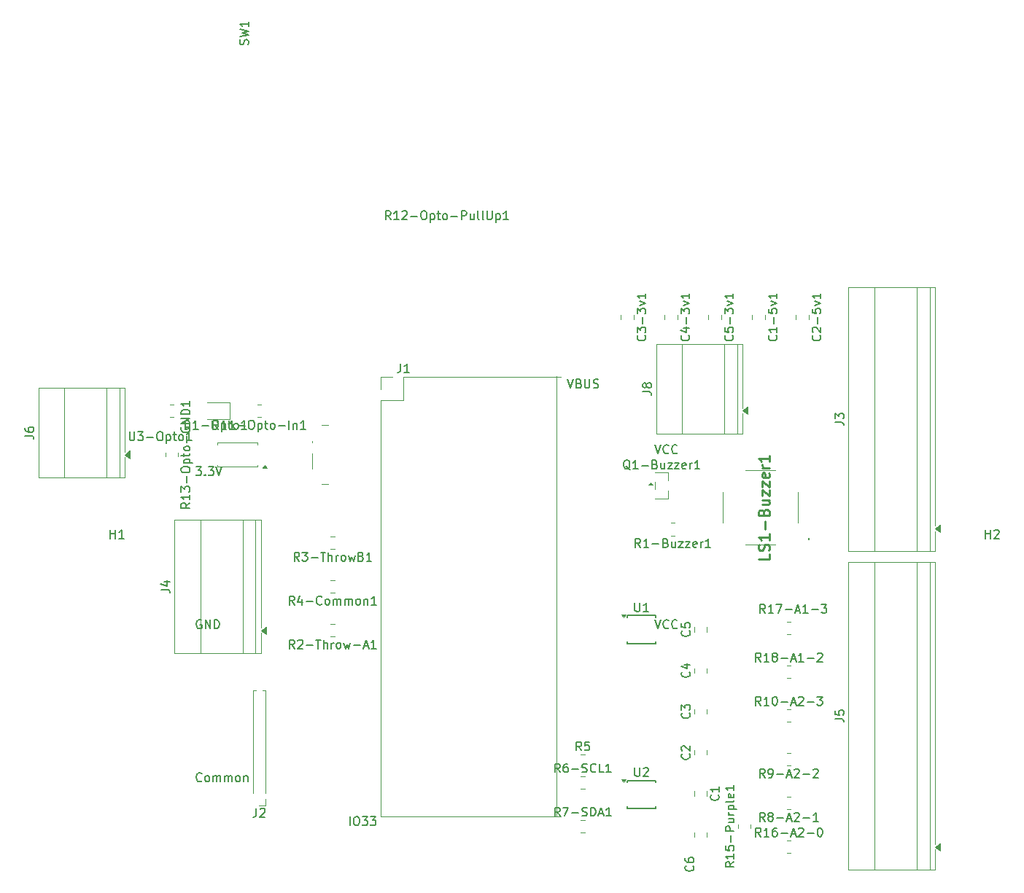
<source format=gbr>
%TF.GenerationSoftware,KiCad,Pcbnew,9.0.7*%
%TF.CreationDate,2026-02-19T00:07:55-06:00*%
%TF.ProjectId,low volt board - NL  S-3C-v2,6c6f7720-766f-46c7-9420-626f61726420,rev?*%
%TF.SameCoordinates,Original*%
%TF.FileFunction,Legend,Top*%
%TF.FilePolarity,Positive*%
%FSLAX46Y46*%
G04 Gerber Fmt 4.6, Leading zero omitted, Abs format (unit mm)*
G04 Created by KiCad (PCBNEW 9.0.7) date 2026-02-19 00:07:55*
%MOMM*%
%LPD*%
G01*
G04 APERTURE LIST*
%ADD10C,0.200000*%
%ADD11C,0.150000*%
%ADD12C,0.254000*%
%ADD13C,0.120000*%
%ADD14C,0.100000*%
G04 APERTURE END LIST*
D10*
X91809673Y-101467219D02*
X91809673Y-100467219D01*
X92476339Y-100467219D02*
X92666815Y-100467219D01*
X92666815Y-100467219D02*
X92762053Y-100514838D01*
X92762053Y-100514838D02*
X92857291Y-100610076D01*
X92857291Y-100610076D02*
X92904910Y-100800552D01*
X92904910Y-100800552D02*
X92904910Y-101133885D01*
X92904910Y-101133885D02*
X92857291Y-101324361D01*
X92857291Y-101324361D02*
X92762053Y-101419600D01*
X92762053Y-101419600D02*
X92666815Y-101467219D01*
X92666815Y-101467219D02*
X92476339Y-101467219D01*
X92476339Y-101467219D02*
X92381101Y-101419600D01*
X92381101Y-101419600D02*
X92285863Y-101324361D01*
X92285863Y-101324361D02*
X92238244Y-101133885D01*
X92238244Y-101133885D02*
X92238244Y-100800552D01*
X92238244Y-100800552D02*
X92285863Y-100610076D01*
X92285863Y-100610076D02*
X92381101Y-100514838D01*
X92381101Y-100514838D02*
X92476339Y-100467219D01*
X93238244Y-100467219D02*
X93857291Y-100467219D01*
X93857291Y-100467219D02*
X93523958Y-100848171D01*
X93523958Y-100848171D02*
X93666815Y-100848171D01*
X93666815Y-100848171D02*
X93762053Y-100895790D01*
X93762053Y-100895790D02*
X93809672Y-100943409D01*
X93809672Y-100943409D02*
X93857291Y-101038647D01*
X93857291Y-101038647D02*
X93857291Y-101276742D01*
X93857291Y-101276742D02*
X93809672Y-101371980D01*
X93809672Y-101371980D02*
X93762053Y-101419600D01*
X93762053Y-101419600D02*
X93666815Y-101467219D01*
X93666815Y-101467219D02*
X93381101Y-101467219D01*
X93381101Y-101467219D02*
X93285863Y-101419600D01*
X93285863Y-101419600D02*
X93238244Y-101371980D01*
X94190625Y-100467219D02*
X94809672Y-100467219D01*
X94809672Y-100467219D02*
X94476339Y-100848171D01*
X94476339Y-100848171D02*
X94619196Y-100848171D01*
X94619196Y-100848171D02*
X94714434Y-100895790D01*
X94714434Y-100895790D02*
X94762053Y-100943409D01*
X94762053Y-100943409D02*
X94809672Y-101038647D01*
X94809672Y-101038647D02*
X94809672Y-101276742D01*
X94809672Y-101276742D02*
X94762053Y-101371980D01*
X94762053Y-101371980D02*
X94714434Y-101419600D01*
X94714434Y-101419600D02*
X94619196Y-101467219D01*
X94619196Y-101467219D02*
X94333482Y-101467219D01*
X94333482Y-101467219D02*
X94238244Y-101419600D01*
X94238244Y-101419600D02*
X94190625Y-101371980D01*
X74601101Y-96291980D02*
X74553482Y-96339600D01*
X74553482Y-96339600D02*
X74410625Y-96387219D01*
X74410625Y-96387219D02*
X74315387Y-96387219D01*
X74315387Y-96387219D02*
X74172530Y-96339600D01*
X74172530Y-96339600D02*
X74077292Y-96244361D01*
X74077292Y-96244361D02*
X74029673Y-96149123D01*
X74029673Y-96149123D02*
X73982054Y-95958647D01*
X73982054Y-95958647D02*
X73982054Y-95815790D01*
X73982054Y-95815790D02*
X74029673Y-95625314D01*
X74029673Y-95625314D02*
X74077292Y-95530076D01*
X74077292Y-95530076D02*
X74172530Y-95434838D01*
X74172530Y-95434838D02*
X74315387Y-95387219D01*
X74315387Y-95387219D02*
X74410625Y-95387219D01*
X74410625Y-95387219D02*
X74553482Y-95434838D01*
X74553482Y-95434838D02*
X74601101Y-95482457D01*
X75172530Y-96387219D02*
X75077292Y-96339600D01*
X75077292Y-96339600D02*
X75029673Y-96291980D01*
X75029673Y-96291980D02*
X74982054Y-96196742D01*
X74982054Y-96196742D02*
X74982054Y-95911028D01*
X74982054Y-95911028D02*
X75029673Y-95815790D01*
X75029673Y-95815790D02*
X75077292Y-95768171D01*
X75077292Y-95768171D02*
X75172530Y-95720552D01*
X75172530Y-95720552D02*
X75315387Y-95720552D01*
X75315387Y-95720552D02*
X75410625Y-95768171D01*
X75410625Y-95768171D02*
X75458244Y-95815790D01*
X75458244Y-95815790D02*
X75505863Y-95911028D01*
X75505863Y-95911028D02*
X75505863Y-96196742D01*
X75505863Y-96196742D02*
X75458244Y-96291980D01*
X75458244Y-96291980D02*
X75410625Y-96339600D01*
X75410625Y-96339600D02*
X75315387Y-96387219D01*
X75315387Y-96387219D02*
X75172530Y-96387219D01*
X75934435Y-96387219D02*
X75934435Y-95720552D01*
X75934435Y-95815790D02*
X75982054Y-95768171D01*
X75982054Y-95768171D02*
X76077292Y-95720552D01*
X76077292Y-95720552D02*
X76220149Y-95720552D01*
X76220149Y-95720552D02*
X76315387Y-95768171D01*
X76315387Y-95768171D02*
X76363006Y-95863409D01*
X76363006Y-95863409D02*
X76363006Y-96387219D01*
X76363006Y-95863409D02*
X76410625Y-95768171D01*
X76410625Y-95768171D02*
X76505863Y-95720552D01*
X76505863Y-95720552D02*
X76648720Y-95720552D01*
X76648720Y-95720552D02*
X76743959Y-95768171D01*
X76743959Y-95768171D02*
X76791578Y-95863409D01*
X76791578Y-95863409D02*
X76791578Y-96387219D01*
X77267768Y-96387219D02*
X77267768Y-95720552D01*
X77267768Y-95815790D02*
X77315387Y-95768171D01*
X77315387Y-95768171D02*
X77410625Y-95720552D01*
X77410625Y-95720552D02*
X77553482Y-95720552D01*
X77553482Y-95720552D02*
X77648720Y-95768171D01*
X77648720Y-95768171D02*
X77696339Y-95863409D01*
X77696339Y-95863409D02*
X77696339Y-96387219D01*
X77696339Y-95863409D02*
X77743958Y-95768171D01*
X77743958Y-95768171D02*
X77839196Y-95720552D01*
X77839196Y-95720552D02*
X77982053Y-95720552D01*
X77982053Y-95720552D02*
X78077292Y-95768171D01*
X78077292Y-95768171D02*
X78124911Y-95863409D01*
X78124911Y-95863409D02*
X78124911Y-96387219D01*
X78743958Y-96387219D02*
X78648720Y-96339600D01*
X78648720Y-96339600D02*
X78601101Y-96291980D01*
X78601101Y-96291980D02*
X78553482Y-96196742D01*
X78553482Y-96196742D02*
X78553482Y-95911028D01*
X78553482Y-95911028D02*
X78601101Y-95815790D01*
X78601101Y-95815790D02*
X78648720Y-95768171D01*
X78648720Y-95768171D02*
X78743958Y-95720552D01*
X78743958Y-95720552D02*
X78886815Y-95720552D01*
X78886815Y-95720552D02*
X78982053Y-95768171D01*
X78982053Y-95768171D02*
X79029672Y-95815790D01*
X79029672Y-95815790D02*
X79077291Y-95911028D01*
X79077291Y-95911028D02*
X79077291Y-96196742D01*
X79077291Y-96196742D02*
X79029672Y-96291980D01*
X79029672Y-96291980D02*
X78982053Y-96339600D01*
X78982053Y-96339600D02*
X78886815Y-96387219D01*
X78886815Y-96387219D02*
X78743958Y-96387219D01*
X79505863Y-95720552D02*
X79505863Y-96387219D01*
X79505863Y-95815790D02*
X79553482Y-95768171D01*
X79553482Y-95768171D02*
X79648720Y-95720552D01*
X79648720Y-95720552D02*
X79791577Y-95720552D01*
X79791577Y-95720552D02*
X79886815Y-95768171D01*
X79886815Y-95768171D02*
X79934434Y-95863409D01*
X79934434Y-95863409D02*
X79934434Y-96387219D01*
X117066816Y-49667219D02*
X117400149Y-50667219D01*
X117400149Y-50667219D02*
X117733482Y-49667219D01*
X118400149Y-50143409D02*
X118543006Y-50191028D01*
X118543006Y-50191028D02*
X118590625Y-50238647D01*
X118590625Y-50238647D02*
X118638244Y-50333885D01*
X118638244Y-50333885D02*
X118638244Y-50476742D01*
X118638244Y-50476742D02*
X118590625Y-50571980D01*
X118590625Y-50571980D02*
X118543006Y-50619600D01*
X118543006Y-50619600D02*
X118447768Y-50667219D01*
X118447768Y-50667219D02*
X118066816Y-50667219D01*
X118066816Y-50667219D02*
X118066816Y-49667219D01*
X118066816Y-49667219D02*
X118400149Y-49667219D01*
X118400149Y-49667219D02*
X118495387Y-49714838D01*
X118495387Y-49714838D02*
X118543006Y-49762457D01*
X118543006Y-49762457D02*
X118590625Y-49857695D01*
X118590625Y-49857695D02*
X118590625Y-49952933D01*
X118590625Y-49952933D02*
X118543006Y-50048171D01*
X118543006Y-50048171D02*
X118495387Y-50095790D01*
X118495387Y-50095790D02*
X118400149Y-50143409D01*
X118400149Y-50143409D02*
X118066816Y-50143409D01*
X119066816Y-49667219D02*
X119066816Y-50476742D01*
X119066816Y-50476742D02*
X119114435Y-50571980D01*
X119114435Y-50571980D02*
X119162054Y-50619600D01*
X119162054Y-50619600D02*
X119257292Y-50667219D01*
X119257292Y-50667219D02*
X119447768Y-50667219D01*
X119447768Y-50667219D02*
X119543006Y-50619600D01*
X119543006Y-50619600D02*
X119590625Y-50571980D01*
X119590625Y-50571980D02*
X119638244Y-50476742D01*
X119638244Y-50476742D02*
X119638244Y-49667219D01*
X120066816Y-50619600D02*
X120209673Y-50667219D01*
X120209673Y-50667219D02*
X120447768Y-50667219D01*
X120447768Y-50667219D02*
X120543006Y-50619600D01*
X120543006Y-50619600D02*
X120590625Y-50571980D01*
X120590625Y-50571980D02*
X120638244Y-50476742D01*
X120638244Y-50476742D02*
X120638244Y-50381504D01*
X120638244Y-50381504D02*
X120590625Y-50286266D01*
X120590625Y-50286266D02*
X120543006Y-50238647D01*
X120543006Y-50238647D02*
X120447768Y-50191028D01*
X120447768Y-50191028D02*
X120257292Y-50143409D01*
X120257292Y-50143409D02*
X120162054Y-50095790D01*
X120162054Y-50095790D02*
X120114435Y-50048171D01*
X120114435Y-50048171D02*
X120066816Y-49952933D01*
X120066816Y-49952933D02*
X120066816Y-49857695D01*
X120066816Y-49857695D02*
X120114435Y-49762457D01*
X120114435Y-49762457D02*
X120162054Y-49714838D01*
X120162054Y-49714838D02*
X120257292Y-49667219D01*
X120257292Y-49667219D02*
X120495387Y-49667219D01*
X120495387Y-49667219D02*
X120638244Y-49714838D01*
X127226816Y-77607219D02*
X127560149Y-78607219D01*
X127560149Y-78607219D02*
X127893482Y-77607219D01*
X128798244Y-78511980D02*
X128750625Y-78559600D01*
X128750625Y-78559600D02*
X128607768Y-78607219D01*
X128607768Y-78607219D02*
X128512530Y-78607219D01*
X128512530Y-78607219D02*
X128369673Y-78559600D01*
X128369673Y-78559600D02*
X128274435Y-78464361D01*
X128274435Y-78464361D02*
X128226816Y-78369123D01*
X128226816Y-78369123D02*
X128179197Y-78178647D01*
X128179197Y-78178647D02*
X128179197Y-78035790D01*
X128179197Y-78035790D02*
X128226816Y-77845314D01*
X128226816Y-77845314D02*
X128274435Y-77750076D01*
X128274435Y-77750076D02*
X128369673Y-77654838D01*
X128369673Y-77654838D02*
X128512530Y-77607219D01*
X128512530Y-77607219D02*
X128607768Y-77607219D01*
X128607768Y-77607219D02*
X128750625Y-77654838D01*
X128750625Y-77654838D02*
X128798244Y-77702457D01*
X129798244Y-78511980D02*
X129750625Y-78559600D01*
X129750625Y-78559600D02*
X129607768Y-78607219D01*
X129607768Y-78607219D02*
X129512530Y-78607219D01*
X129512530Y-78607219D02*
X129369673Y-78559600D01*
X129369673Y-78559600D02*
X129274435Y-78464361D01*
X129274435Y-78464361D02*
X129226816Y-78369123D01*
X129226816Y-78369123D02*
X129179197Y-78178647D01*
X129179197Y-78178647D02*
X129179197Y-78035790D01*
X129179197Y-78035790D02*
X129226816Y-77845314D01*
X129226816Y-77845314D02*
X129274435Y-77750076D01*
X129274435Y-77750076D02*
X129369673Y-77654838D01*
X129369673Y-77654838D02*
X129512530Y-77607219D01*
X129512530Y-77607219D02*
X129607768Y-77607219D01*
X129607768Y-77607219D02*
X129750625Y-77654838D01*
X129750625Y-77654838D02*
X129798244Y-77702457D01*
X127226816Y-57287219D02*
X127560149Y-58287219D01*
X127560149Y-58287219D02*
X127893482Y-57287219D01*
X128798244Y-58191980D02*
X128750625Y-58239600D01*
X128750625Y-58239600D02*
X128607768Y-58287219D01*
X128607768Y-58287219D02*
X128512530Y-58287219D01*
X128512530Y-58287219D02*
X128369673Y-58239600D01*
X128369673Y-58239600D02*
X128274435Y-58144361D01*
X128274435Y-58144361D02*
X128226816Y-58049123D01*
X128226816Y-58049123D02*
X128179197Y-57858647D01*
X128179197Y-57858647D02*
X128179197Y-57715790D01*
X128179197Y-57715790D02*
X128226816Y-57525314D01*
X128226816Y-57525314D02*
X128274435Y-57430076D01*
X128274435Y-57430076D02*
X128369673Y-57334838D01*
X128369673Y-57334838D02*
X128512530Y-57287219D01*
X128512530Y-57287219D02*
X128607768Y-57287219D01*
X128607768Y-57287219D02*
X128750625Y-57334838D01*
X128750625Y-57334838D02*
X128798244Y-57382457D01*
X129798244Y-58191980D02*
X129750625Y-58239600D01*
X129750625Y-58239600D02*
X129607768Y-58287219D01*
X129607768Y-58287219D02*
X129512530Y-58287219D01*
X129512530Y-58287219D02*
X129369673Y-58239600D01*
X129369673Y-58239600D02*
X129274435Y-58144361D01*
X129274435Y-58144361D02*
X129226816Y-58049123D01*
X129226816Y-58049123D02*
X129179197Y-57858647D01*
X129179197Y-57858647D02*
X129179197Y-57715790D01*
X129179197Y-57715790D02*
X129226816Y-57525314D01*
X129226816Y-57525314D02*
X129274435Y-57430076D01*
X129274435Y-57430076D02*
X129369673Y-57334838D01*
X129369673Y-57334838D02*
X129512530Y-57287219D01*
X129512530Y-57287219D02*
X129607768Y-57287219D01*
X129607768Y-57287219D02*
X129750625Y-57334838D01*
X129750625Y-57334838D02*
X129798244Y-57382457D01*
X74553482Y-77654838D02*
X74458244Y-77607219D01*
X74458244Y-77607219D02*
X74315387Y-77607219D01*
X74315387Y-77607219D02*
X74172530Y-77654838D01*
X74172530Y-77654838D02*
X74077292Y-77750076D01*
X74077292Y-77750076D02*
X74029673Y-77845314D01*
X74029673Y-77845314D02*
X73982054Y-78035790D01*
X73982054Y-78035790D02*
X73982054Y-78178647D01*
X73982054Y-78178647D02*
X74029673Y-78369123D01*
X74029673Y-78369123D02*
X74077292Y-78464361D01*
X74077292Y-78464361D02*
X74172530Y-78559600D01*
X74172530Y-78559600D02*
X74315387Y-78607219D01*
X74315387Y-78607219D02*
X74410625Y-78607219D01*
X74410625Y-78607219D02*
X74553482Y-78559600D01*
X74553482Y-78559600D02*
X74601101Y-78511980D01*
X74601101Y-78511980D02*
X74601101Y-78178647D01*
X74601101Y-78178647D02*
X74410625Y-78178647D01*
X75029673Y-78607219D02*
X75029673Y-77607219D01*
X75029673Y-77607219D02*
X75601101Y-78607219D01*
X75601101Y-78607219D02*
X75601101Y-77607219D01*
X76077292Y-78607219D02*
X76077292Y-77607219D01*
X76077292Y-77607219D02*
X76315387Y-77607219D01*
X76315387Y-77607219D02*
X76458244Y-77654838D01*
X76458244Y-77654838D02*
X76553482Y-77750076D01*
X76553482Y-77750076D02*
X76601101Y-77845314D01*
X76601101Y-77845314D02*
X76648720Y-78035790D01*
X76648720Y-78035790D02*
X76648720Y-78178647D01*
X76648720Y-78178647D02*
X76601101Y-78369123D01*
X76601101Y-78369123D02*
X76553482Y-78464361D01*
X76553482Y-78464361D02*
X76458244Y-78559600D01*
X76458244Y-78559600D02*
X76315387Y-78607219D01*
X76315387Y-78607219D02*
X76077292Y-78607219D01*
X73934435Y-59827219D02*
X74553482Y-59827219D01*
X74553482Y-59827219D02*
X74220149Y-60208171D01*
X74220149Y-60208171D02*
X74363006Y-60208171D01*
X74363006Y-60208171D02*
X74458244Y-60255790D01*
X74458244Y-60255790D02*
X74505863Y-60303409D01*
X74505863Y-60303409D02*
X74553482Y-60398647D01*
X74553482Y-60398647D02*
X74553482Y-60636742D01*
X74553482Y-60636742D02*
X74505863Y-60731980D01*
X74505863Y-60731980D02*
X74458244Y-60779600D01*
X74458244Y-60779600D02*
X74363006Y-60827219D01*
X74363006Y-60827219D02*
X74077292Y-60827219D01*
X74077292Y-60827219D02*
X73982054Y-60779600D01*
X73982054Y-60779600D02*
X73934435Y-60731980D01*
X74982054Y-60731980D02*
X75029673Y-60779600D01*
X75029673Y-60779600D02*
X74982054Y-60827219D01*
X74982054Y-60827219D02*
X74934435Y-60779600D01*
X74934435Y-60779600D02*
X74982054Y-60731980D01*
X74982054Y-60731980D02*
X74982054Y-60827219D01*
X75363006Y-59827219D02*
X75982053Y-59827219D01*
X75982053Y-59827219D02*
X75648720Y-60208171D01*
X75648720Y-60208171D02*
X75791577Y-60208171D01*
X75791577Y-60208171D02*
X75886815Y-60255790D01*
X75886815Y-60255790D02*
X75934434Y-60303409D01*
X75934434Y-60303409D02*
X75982053Y-60398647D01*
X75982053Y-60398647D02*
X75982053Y-60636742D01*
X75982053Y-60636742D02*
X75934434Y-60731980D01*
X75934434Y-60731980D02*
X75886815Y-60779600D01*
X75886815Y-60779600D02*
X75791577Y-60827219D01*
X75791577Y-60827219D02*
X75505863Y-60827219D01*
X75505863Y-60827219D02*
X75410625Y-60779600D01*
X75410625Y-60779600D02*
X75363006Y-60731980D01*
X76267768Y-59827219D02*
X76601101Y-60827219D01*
X76601101Y-60827219D02*
X76934434Y-59827219D01*
D11*
X124329523Y-60160057D02*
X124234285Y-60112438D01*
X124234285Y-60112438D02*
X124139047Y-60017200D01*
X124139047Y-60017200D02*
X123996190Y-59874342D01*
X123996190Y-59874342D02*
X123900952Y-59826723D01*
X123900952Y-59826723D02*
X123805714Y-59826723D01*
X123853333Y-60064819D02*
X123758095Y-60017200D01*
X123758095Y-60017200D02*
X123662857Y-59921961D01*
X123662857Y-59921961D02*
X123615238Y-59731485D01*
X123615238Y-59731485D02*
X123615238Y-59398152D01*
X123615238Y-59398152D02*
X123662857Y-59207676D01*
X123662857Y-59207676D02*
X123758095Y-59112438D01*
X123758095Y-59112438D02*
X123853333Y-59064819D01*
X123853333Y-59064819D02*
X124043809Y-59064819D01*
X124043809Y-59064819D02*
X124139047Y-59112438D01*
X124139047Y-59112438D02*
X124234285Y-59207676D01*
X124234285Y-59207676D02*
X124281904Y-59398152D01*
X124281904Y-59398152D02*
X124281904Y-59731485D01*
X124281904Y-59731485D02*
X124234285Y-59921961D01*
X124234285Y-59921961D02*
X124139047Y-60017200D01*
X124139047Y-60017200D02*
X124043809Y-60064819D01*
X124043809Y-60064819D02*
X123853333Y-60064819D01*
X125234285Y-60064819D02*
X124662857Y-60064819D01*
X124948571Y-60064819D02*
X124948571Y-59064819D01*
X124948571Y-59064819D02*
X124853333Y-59207676D01*
X124853333Y-59207676D02*
X124758095Y-59302914D01*
X124758095Y-59302914D02*
X124662857Y-59350533D01*
X125662857Y-59683866D02*
X126424762Y-59683866D01*
X127234285Y-59541009D02*
X127377142Y-59588628D01*
X127377142Y-59588628D02*
X127424761Y-59636247D01*
X127424761Y-59636247D02*
X127472380Y-59731485D01*
X127472380Y-59731485D02*
X127472380Y-59874342D01*
X127472380Y-59874342D02*
X127424761Y-59969580D01*
X127424761Y-59969580D02*
X127377142Y-60017200D01*
X127377142Y-60017200D02*
X127281904Y-60064819D01*
X127281904Y-60064819D02*
X126900952Y-60064819D01*
X126900952Y-60064819D02*
X126900952Y-59064819D01*
X126900952Y-59064819D02*
X127234285Y-59064819D01*
X127234285Y-59064819D02*
X127329523Y-59112438D01*
X127329523Y-59112438D02*
X127377142Y-59160057D01*
X127377142Y-59160057D02*
X127424761Y-59255295D01*
X127424761Y-59255295D02*
X127424761Y-59350533D01*
X127424761Y-59350533D02*
X127377142Y-59445771D01*
X127377142Y-59445771D02*
X127329523Y-59493390D01*
X127329523Y-59493390D02*
X127234285Y-59541009D01*
X127234285Y-59541009D02*
X126900952Y-59541009D01*
X128329523Y-59398152D02*
X128329523Y-60064819D01*
X127900952Y-59398152D02*
X127900952Y-59921961D01*
X127900952Y-59921961D02*
X127948571Y-60017200D01*
X127948571Y-60017200D02*
X128043809Y-60064819D01*
X128043809Y-60064819D02*
X128186666Y-60064819D01*
X128186666Y-60064819D02*
X128281904Y-60017200D01*
X128281904Y-60017200D02*
X128329523Y-59969580D01*
X128710476Y-59398152D02*
X129234285Y-59398152D01*
X129234285Y-59398152D02*
X128710476Y-60064819D01*
X128710476Y-60064819D02*
X129234285Y-60064819D01*
X129520000Y-59398152D02*
X130043809Y-59398152D01*
X130043809Y-59398152D02*
X129520000Y-60064819D01*
X129520000Y-60064819D02*
X130043809Y-60064819D01*
X130805714Y-60017200D02*
X130710476Y-60064819D01*
X130710476Y-60064819D02*
X130520000Y-60064819D01*
X130520000Y-60064819D02*
X130424762Y-60017200D01*
X130424762Y-60017200D02*
X130377143Y-59921961D01*
X130377143Y-59921961D02*
X130377143Y-59541009D01*
X130377143Y-59541009D02*
X130424762Y-59445771D01*
X130424762Y-59445771D02*
X130520000Y-59398152D01*
X130520000Y-59398152D02*
X130710476Y-59398152D01*
X130710476Y-59398152D02*
X130805714Y-59445771D01*
X130805714Y-59445771D02*
X130853333Y-59541009D01*
X130853333Y-59541009D02*
X130853333Y-59636247D01*
X130853333Y-59636247D02*
X130377143Y-59731485D01*
X131281905Y-60064819D02*
X131281905Y-59398152D01*
X131281905Y-59588628D02*
X131329524Y-59493390D01*
X131329524Y-59493390D02*
X131377143Y-59445771D01*
X131377143Y-59445771D02*
X131472381Y-59398152D01*
X131472381Y-59398152D02*
X131567619Y-59398152D01*
X132424762Y-60064819D02*
X131853334Y-60064819D01*
X132139048Y-60064819D02*
X132139048Y-59064819D01*
X132139048Y-59064819D02*
X132043810Y-59207676D01*
X132043810Y-59207676D02*
X131948572Y-59302914D01*
X131948572Y-59302914D02*
X131853334Y-59350533D01*
X54094819Y-56213333D02*
X54809104Y-56213333D01*
X54809104Y-56213333D02*
X54951961Y-56260952D01*
X54951961Y-56260952D02*
X55047200Y-56356190D01*
X55047200Y-56356190D02*
X55094819Y-56499047D01*
X55094819Y-56499047D02*
X55094819Y-56594285D01*
X54094819Y-55308571D02*
X54094819Y-55499047D01*
X54094819Y-55499047D02*
X54142438Y-55594285D01*
X54142438Y-55594285D02*
X54190057Y-55641904D01*
X54190057Y-55641904D02*
X54332914Y-55737142D01*
X54332914Y-55737142D02*
X54523390Y-55784761D01*
X54523390Y-55784761D02*
X54904342Y-55784761D01*
X54904342Y-55784761D02*
X54999580Y-55737142D01*
X54999580Y-55737142D02*
X55047200Y-55689523D01*
X55047200Y-55689523D02*
X55094819Y-55594285D01*
X55094819Y-55594285D02*
X55094819Y-55403809D01*
X55094819Y-55403809D02*
X55047200Y-55308571D01*
X55047200Y-55308571D02*
X54999580Y-55260952D01*
X54999580Y-55260952D02*
X54904342Y-55213333D01*
X54904342Y-55213333D02*
X54666247Y-55213333D01*
X54666247Y-55213333D02*
X54571009Y-55260952D01*
X54571009Y-55260952D02*
X54523390Y-55308571D01*
X54523390Y-55308571D02*
X54475771Y-55403809D01*
X54475771Y-55403809D02*
X54475771Y-55594285D01*
X54475771Y-55594285D02*
X54523390Y-55689523D01*
X54523390Y-55689523D02*
X54571009Y-55737142D01*
X54571009Y-55737142D02*
X54666247Y-55784761D01*
X85378928Y-80934819D02*
X85045595Y-80458628D01*
X84807500Y-80934819D02*
X84807500Y-79934819D01*
X84807500Y-79934819D02*
X85188452Y-79934819D01*
X85188452Y-79934819D02*
X85283690Y-79982438D01*
X85283690Y-79982438D02*
X85331309Y-80030057D01*
X85331309Y-80030057D02*
X85378928Y-80125295D01*
X85378928Y-80125295D02*
X85378928Y-80268152D01*
X85378928Y-80268152D02*
X85331309Y-80363390D01*
X85331309Y-80363390D02*
X85283690Y-80411009D01*
X85283690Y-80411009D02*
X85188452Y-80458628D01*
X85188452Y-80458628D02*
X84807500Y-80458628D01*
X85759881Y-80030057D02*
X85807500Y-79982438D01*
X85807500Y-79982438D02*
X85902738Y-79934819D01*
X85902738Y-79934819D02*
X86140833Y-79934819D01*
X86140833Y-79934819D02*
X86236071Y-79982438D01*
X86236071Y-79982438D02*
X86283690Y-80030057D01*
X86283690Y-80030057D02*
X86331309Y-80125295D01*
X86331309Y-80125295D02*
X86331309Y-80220533D01*
X86331309Y-80220533D02*
X86283690Y-80363390D01*
X86283690Y-80363390D02*
X85712262Y-80934819D01*
X85712262Y-80934819D02*
X86331309Y-80934819D01*
X86759881Y-80553866D02*
X87521786Y-80553866D01*
X87855119Y-79934819D02*
X88426547Y-79934819D01*
X88140833Y-80934819D02*
X88140833Y-79934819D01*
X88759881Y-80934819D02*
X88759881Y-79934819D01*
X89188452Y-80934819D02*
X89188452Y-80411009D01*
X89188452Y-80411009D02*
X89140833Y-80315771D01*
X89140833Y-80315771D02*
X89045595Y-80268152D01*
X89045595Y-80268152D02*
X88902738Y-80268152D01*
X88902738Y-80268152D02*
X88807500Y-80315771D01*
X88807500Y-80315771D02*
X88759881Y-80363390D01*
X89664643Y-80934819D02*
X89664643Y-80268152D01*
X89664643Y-80458628D02*
X89712262Y-80363390D01*
X89712262Y-80363390D02*
X89759881Y-80315771D01*
X89759881Y-80315771D02*
X89855119Y-80268152D01*
X89855119Y-80268152D02*
X89950357Y-80268152D01*
X90426548Y-80934819D02*
X90331310Y-80887200D01*
X90331310Y-80887200D02*
X90283691Y-80839580D01*
X90283691Y-80839580D02*
X90236072Y-80744342D01*
X90236072Y-80744342D02*
X90236072Y-80458628D01*
X90236072Y-80458628D02*
X90283691Y-80363390D01*
X90283691Y-80363390D02*
X90331310Y-80315771D01*
X90331310Y-80315771D02*
X90426548Y-80268152D01*
X90426548Y-80268152D02*
X90569405Y-80268152D01*
X90569405Y-80268152D02*
X90664643Y-80315771D01*
X90664643Y-80315771D02*
X90712262Y-80363390D01*
X90712262Y-80363390D02*
X90759881Y-80458628D01*
X90759881Y-80458628D02*
X90759881Y-80744342D01*
X90759881Y-80744342D02*
X90712262Y-80839580D01*
X90712262Y-80839580D02*
X90664643Y-80887200D01*
X90664643Y-80887200D02*
X90569405Y-80934819D01*
X90569405Y-80934819D02*
X90426548Y-80934819D01*
X91093215Y-80268152D02*
X91283691Y-80934819D01*
X91283691Y-80934819D02*
X91474167Y-80458628D01*
X91474167Y-80458628D02*
X91664643Y-80934819D01*
X91664643Y-80934819D02*
X91855119Y-80268152D01*
X92236072Y-80553866D02*
X92997977Y-80553866D01*
X93426548Y-80649104D02*
X93902738Y-80649104D01*
X93331310Y-80934819D02*
X93664643Y-79934819D01*
X93664643Y-79934819D02*
X93997976Y-80934819D01*
X94855119Y-80934819D02*
X94283691Y-80934819D01*
X94569405Y-80934819D02*
X94569405Y-79934819D01*
X94569405Y-79934819D02*
X94474167Y-80077676D01*
X94474167Y-80077676D02*
X94378929Y-80172914D01*
X94378929Y-80172914D02*
X94283691Y-80220533D01*
X64008095Y-68144819D02*
X64008095Y-67144819D01*
X64008095Y-67621009D02*
X64579523Y-67621009D01*
X64579523Y-68144819D02*
X64579523Y-67144819D01*
X65579523Y-68144819D02*
X65008095Y-68144819D01*
X65293809Y-68144819D02*
X65293809Y-67144819D01*
X65293809Y-67144819D02*
X65198571Y-67287676D01*
X65198571Y-67287676D02*
X65103333Y-67382914D01*
X65103333Y-67382914D02*
X65008095Y-67430533D01*
X124888095Y-75630819D02*
X124888095Y-76440342D01*
X124888095Y-76440342D02*
X124935714Y-76535580D01*
X124935714Y-76535580D02*
X124983333Y-76583200D01*
X124983333Y-76583200D02*
X125078571Y-76630819D01*
X125078571Y-76630819D02*
X125269047Y-76630819D01*
X125269047Y-76630819D02*
X125364285Y-76583200D01*
X125364285Y-76583200D02*
X125411904Y-76535580D01*
X125411904Y-76535580D02*
X125459523Y-76440342D01*
X125459523Y-76440342D02*
X125459523Y-75630819D01*
X126459523Y-76630819D02*
X125888095Y-76630819D01*
X126173809Y-76630819D02*
X126173809Y-75630819D01*
X126173809Y-75630819D02*
X126078571Y-75773676D01*
X126078571Y-75773676D02*
X125983333Y-75868914D01*
X125983333Y-75868914D02*
X125888095Y-75916533D01*
X125528094Y-69194819D02*
X125194761Y-68718628D01*
X124956666Y-69194819D02*
X124956666Y-68194819D01*
X124956666Y-68194819D02*
X125337618Y-68194819D01*
X125337618Y-68194819D02*
X125432856Y-68242438D01*
X125432856Y-68242438D02*
X125480475Y-68290057D01*
X125480475Y-68290057D02*
X125528094Y-68385295D01*
X125528094Y-68385295D02*
X125528094Y-68528152D01*
X125528094Y-68528152D02*
X125480475Y-68623390D01*
X125480475Y-68623390D02*
X125432856Y-68671009D01*
X125432856Y-68671009D02*
X125337618Y-68718628D01*
X125337618Y-68718628D02*
X124956666Y-68718628D01*
X126480475Y-69194819D02*
X125909047Y-69194819D01*
X126194761Y-69194819D02*
X126194761Y-68194819D01*
X126194761Y-68194819D02*
X126099523Y-68337676D01*
X126099523Y-68337676D02*
X126004285Y-68432914D01*
X126004285Y-68432914D02*
X125909047Y-68480533D01*
X126909047Y-68813866D02*
X127670952Y-68813866D01*
X128480475Y-68671009D02*
X128623332Y-68718628D01*
X128623332Y-68718628D02*
X128670951Y-68766247D01*
X128670951Y-68766247D02*
X128718570Y-68861485D01*
X128718570Y-68861485D02*
X128718570Y-69004342D01*
X128718570Y-69004342D02*
X128670951Y-69099580D01*
X128670951Y-69099580D02*
X128623332Y-69147200D01*
X128623332Y-69147200D02*
X128528094Y-69194819D01*
X128528094Y-69194819D02*
X128147142Y-69194819D01*
X128147142Y-69194819D02*
X128147142Y-68194819D01*
X128147142Y-68194819D02*
X128480475Y-68194819D01*
X128480475Y-68194819D02*
X128575713Y-68242438D01*
X128575713Y-68242438D02*
X128623332Y-68290057D01*
X128623332Y-68290057D02*
X128670951Y-68385295D01*
X128670951Y-68385295D02*
X128670951Y-68480533D01*
X128670951Y-68480533D02*
X128623332Y-68575771D01*
X128623332Y-68575771D02*
X128575713Y-68623390D01*
X128575713Y-68623390D02*
X128480475Y-68671009D01*
X128480475Y-68671009D02*
X128147142Y-68671009D01*
X129575713Y-68528152D02*
X129575713Y-69194819D01*
X129147142Y-68528152D02*
X129147142Y-69051961D01*
X129147142Y-69051961D02*
X129194761Y-69147200D01*
X129194761Y-69147200D02*
X129289999Y-69194819D01*
X129289999Y-69194819D02*
X129432856Y-69194819D01*
X129432856Y-69194819D02*
X129528094Y-69147200D01*
X129528094Y-69147200D02*
X129575713Y-69099580D01*
X129956666Y-68528152D02*
X130480475Y-68528152D01*
X130480475Y-68528152D02*
X129956666Y-69194819D01*
X129956666Y-69194819D02*
X130480475Y-69194819D01*
X130766190Y-68528152D02*
X131289999Y-68528152D01*
X131289999Y-68528152D02*
X130766190Y-69194819D01*
X130766190Y-69194819D02*
X131289999Y-69194819D01*
X132051904Y-69147200D02*
X131956666Y-69194819D01*
X131956666Y-69194819D02*
X131766190Y-69194819D01*
X131766190Y-69194819D02*
X131670952Y-69147200D01*
X131670952Y-69147200D02*
X131623333Y-69051961D01*
X131623333Y-69051961D02*
X131623333Y-68671009D01*
X131623333Y-68671009D02*
X131670952Y-68575771D01*
X131670952Y-68575771D02*
X131766190Y-68528152D01*
X131766190Y-68528152D02*
X131956666Y-68528152D01*
X131956666Y-68528152D02*
X132051904Y-68575771D01*
X132051904Y-68575771D02*
X132099523Y-68671009D01*
X132099523Y-68671009D02*
X132099523Y-68766247D01*
X132099523Y-68766247D02*
X131623333Y-68861485D01*
X132528095Y-69194819D02*
X132528095Y-68528152D01*
X132528095Y-68718628D02*
X132575714Y-68623390D01*
X132575714Y-68623390D02*
X132623333Y-68575771D01*
X132623333Y-68575771D02*
X132718571Y-68528152D01*
X132718571Y-68528152D02*
X132813809Y-68528152D01*
X133670952Y-69194819D02*
X133099524Y-69194819D01*
X133385238Y-69194819D02*
X133385238Y-68194819D01*
X133385238Y-68194819D02*
X133290000Y-68337676D01*
X133290000Y-68337676D02*
X133194762Y-68432914D01*
X133194762Y-68432914D02*
X133099524Y-68480533D01*
X118680833Y-92770819D02*
X118347500Y-92294628D01*
X118109405Y-92770819D02*
X118109405Y-91770819D01*
X118109405Y-91770819D02*
X118490357Y-91770819D01*
X118490357Y-91770819D02*
X118585595Y-91818438D01*
X118585595Y-91818438D02*
X118633214Y-91866057D01*
X118633214Y-91866057D02*
X118680833Y-91961295D01*
X118680833Y-91961295D02*
X118680833Y-92104152D01*
X118680833Y-92104152D02*
X118633214Y-92199390D01*
X118633214Y-92199390D02*
X118585595Y-92247009D01*
X118585595Y-92247009D02*
X118490357Y-92294628D01*
X118490357Y-92294628D02*
X118109405Y-92294628D01*
X119585595Y-91770819D02*
X119109405Y-91770819D01*
X119109405Y-91770819D02*
X119061786Y-92247009D01*
X119061786Y-92247009D02*
X119109405Y-92199390D01*
X119109405Y-92199390D02*
X119204643Y-92151771D01*
X119204643Y-92151771D02*
X119442738Y-92151771D01*
X119442738Y-92151771D02*
X119537976Y-92199390D01*
X119537976Y-92199390D02*
X119585595Y-92247009D01*
X119585595Y-92247009D02*
X119633214Y-92342247D01*
X119633214Y-92342247D02*
X119633214Y-92580342D01*
X119633214Y-92580342D02*
X119585595Y-92675580D01*
X119585595Y-92675580D02*
X119537976Y-92723200D01*
X119537976Y-92723200D02*
X119442738Y-92770819D01*
X119442738Y-92770819D02*
X119204643Y-92770819D01*
X119204643Y-92770819D02*
X119109405Y-92723200D01*
X119109405Y-92723200D02*
X119061786Y-92675580D01*
X72652381Y-55444819D02*
X72652381Y-54444819D01*
X72652381Y-54444819D02*
X72890476Y-54444819D01*
X72890476Y-54444819D02*
X73033333Y-54492438D01*
X73033333Y-54492438D02*
X73128571Y-54587676D01*
X73128571Y-54587676D02*
X73176190Y-54682914D01*
X73176190Y-54682914D02*
X73223809Y-54873390D01*
X73223809Y-54873390D02*
X73223809Y-55016247D01*
X73223809Y-55016247D02*
X73176190Y-55206723D01*
X73176190Y-55206723D02*
X73128571Y-55301961D01*
X73128571Y-55301961D02*
X73033333Y-55397200D01*
X73033333Y-55397200D02*
X72890476Y-55444819D01*
X72890476Y-55444819D02*
X72652381Y-55444819D01*
X74176190Y-55444819D02*
X73604762Y-55444819D01*
X73890476Y-55444819D02*
X73890476Y-54444819D01*
X73890476Y-54444819D02*
X73795238Y-54587676D01*
X73795238Y-54587676D02*
X73700000Y-54682914D01*
X73700000Y-54682914D02*
X73604762Y-54730533D01*
X74604762Y-55063866D02*
X75366667Y-55063866D01*
X76033333Y-54444819D02*
X76223809Y-54444819D01*
X76223809Y-54444819D02*
X76319047Y-54492438D01*
X76319047Y-54492438D02*
X76414285Y-54587676D01*
X76414285Y-54587676D02*
X76461904Y-54778152D01*
X76461904Y-54778152D02*
X76461904Y-55111485D01*
X76461904Y-55111485D02*
X76414285Y-55301961D01*
X76414285Y-55301961D02*
X76319047Y-55397200D01*
X76319047Y-55397200D02*
X76223809Y-55444819D01*
X76223809Y-55444819D02*
X76033333Y-55444819D01*
X76033333Y-55444819D02*
X75938095Y-55397200D01*
X75938095Y-55397200D02*
X75842857Y-55301961D01*
X75842857Y-55301961D02*
X75795238Y-55111485D01*
X75795238Y-55111485D02*
X75795238Y-54778152D01*
X75795238Y-54778152D02*
X75842857Y-54587676D01*
X75842857Y-54587676D02*
X75938095Y-54492438D01*
X75938095Y-54492438D02*
X76033333Y-54444819D01*
X76890476Y-54778152D02*
X76890476Y-55778152D01*
X76890476Y-54825771D02*
X76985714Y-54778152D01*
X76985714Y-54778152D02*
X77176190Y-54778152D01*
X77176190Y-54778152D02*
X77271428Y-54825771D01*
X77271428Y-54825771D02*
X77319047Y-54873390D01*
X77319047Y-54873390D02*
X77366666Y-54968628D01*
X77366666Y-54968628D02*
X77366666Y-55254342D01*
X77366666Y-55254342D02*
X77319047Y-55349580D01*
X77319047Y-55349580D02*
X77271428Y-55397200D01*
X77271428Y-55397200D02*
X77176190Y-55444819D01*
X77176190Y-55444819D02*
X76985714Y-55444819D01*
X76985714Y-55444819D02*
X76890476Y-55397200D01*
X77652381Y-54778152D02*
X78033333Y-54778152D01*
X77795238Y-54444819D02*
X77795238Y-55301961D01*
X77795238Y-55301961D02*
X77842857Y-55397200D01*
X77842857Y-55397200D02*
X77938095Y-55444819D01*
X77938095Y-55444819D02*
X78033333Y-55444819D01*
X78509524Y-55444819D02*
X78414286Y-55397200D01*
X78414286Y-55397200D02*
X78366667Y-55349580D01*
X78366667Y-55349580D02*
X78319048Y-55254342D01*
X78319048Y-55254342D02*
X78319048Y-54968628D01*
X78319048Y-54968628D02*
X78366667Y-54873390D01*
X78366667Y-54873390D02*
X78414286Y-54825771D01*
X78414286Y-54825771D02*
X78509524Y-54778152D01*
X78509524Y-54778152D02*
X78652381Y-54778152D01*
X78652381Y-54778152D02*
X78747619Y-54825771D01*
X78747619Y-54825771D02*
X78795238Y-54873390D01*
X78795238Y-54873390D02*
X78842857Y-54968628D01*
X78842857Y-54968628D02*
X78842857Y-55254342D01*
X78842857Y-55254342D02*
X78795238Y-55349580D01*
X78795238Y-55349580D02*
X78747619Y-55397200D01*
X78747619Y-55397200D02*
X78652381Y-55444819D01*
X78652381Y-55444819D02*
X78509524Y-55444819D01*
X79795238Y-55444819D02*
X79223810Y-55444819D01*
X79509524Y-55444819D02*
X79509524Y-54444819D01*
X79509524Y-54444819D02*
X79414286Y-54587676D01*
X79414286Y-54587676D02*
X79319048Y-54682914D01*
X79319048Y-54682914D02*
X79223810Y-54730533D01*
X85926547Y-70774819D02*
X85593214Y-70298628D01*
X85355119Y-70774819D02*
X85355119Y-69774819D01*
X85355119Y-69774819D02*
X85736071Y-69774819D01*
X85736071Y-69774819D02*
X85831309Y-69822438D01*
X85831309Y-69822438D02*
X85878928Y-69870057D01*
X85878928Y-69870057D02*
X85926547Y-69965295D01*
X85926547Y-69965295D02*
X85926547Y-70108152D01*
X85926547Y-70108152D02*
X85878928Y-70203390D01*
X85878928Y-70203390D02*
X85831309Y-70251009D01*
X85831309Y-70251009D02*
X85736071Y-70298628D01*
X85736071Y-70298628D02*
X85355119Y-70298628D01*
X86259881Y-69774819D02*
X86878928Y-69774819D01*
X86878928Y-69774819D02*
X86545595Y-70155771D01*
X86545595Y-70155771D02*
X86688452Y-70155771D01*
X86688452Y-70155771D02*
X86783690Y-70203390D01*
X86783690Y-70203390D02*
X86831309Y-70251009D01*
X86831309Y-70251009D02*
X86878928Y-70346247D01*
X86878928Y-70346247D02*
X86878928Y-70584342D01*
X86878928Y-70584342D02*
X86831309Y-70679580D01*
X86831309Y-70679580D02*
X86783690Y-70727200D01*
X86783690Y-70727200D02*
X86688452Y-70774819D01*
X86688452Y-70774819D02*
X86402738Y-70774819D01*
X86402738Y-70774819D02*
X86307500Y-70727200D01*
X86307500Y-70727200D02*
X86259881Y-70679580D01*
X87307500Y-70393866D02*
X88069405Y-70393866D01*
X88402738Y-69774819D02*
X88974166Y-69774819D01*
X88688452Y-70774819D02*
X88688452Y-69774819D01*
X89307500Y-70774819D02*
X89307500Y-69774819D01*
X89736071Y-70774819D02*
X89736071Y-70251009D01*
X89736071Y-70251009D02*
X89688452Y-70155771D01*
X89688452Y-70155771D02*
X89593214Y-70108152D01*
X89593214Y-70108152D02*
X89450357Y-70108152D01*
X89450357Y-70108152D02*
X89355119Y-70155771D01*
X89355119Y-70155771D02*
X89307500Y-70203390D01*
X90212262Y-70774819D02*
X90212262Y-70108152D01*
X90212262Y-70298628D02*
X90259881Y-70203390D01*
X90259881Y-70203390D02*
X90307500Y-70155771D01*
X90307500Y-70155771D02*
X90402738Y-70108152D01*
X90402738Y-70108152D02*
X90497976Y-70108152D01*
X90974167Y-70774819D02*
X90878929Y-70727200D01*
X90878929Y-70727200D02*
X90831310Y-70679580D01*
X90831310Y-70679580D02*
X90783691Y-70584342D01*
X90783691Y-70584342D02*
X90783691Y-70298628D01*
X90783691Y-70298628D02*
X90831310Y-70203390D01*
X90831310Y-70203390D02*
X90878929Y-70155771D01*
X90878929Y-70155771D02*
X90974167Y-70108152D01*
X90974167Y-70108152D02*
X91117024Y-70108152D01*
X91117024Y-70108152D02*
X91212262Y-70155771D01*
X91212262Y-70155771D02*
X91259881Y-70203390D01*
X91259881Y-70203390D02*
X91307500Y-70298628D01*
X91307500Y-70298628D02*
X91307500Y-70584342D01*
X91307500Y-70584342D02*
X91259881Y-70679580D01*
X91259881Y-70679580D02*
X91212262Y-70727200D01*
X91212262Y-70727200D02*
X91117024Y-70774819D01*
X91117024Y-70774819D02*
X90974167Y-70774819D01*
X91640834Y-70108152D02*
X91831310Y-70774819D01*
X91831310Y-70774819D02*
X92021786Y-70298628D01*
X92021786Y-70298628D02*
X92212262Y-70774819D01*
X92212262Y-70774819D02*
X92402738Y-70108152D01*
X93117024Y-70251009D02*
X93259881Y-70298628D01*
X93259881Y-70298628D02*
X93307500Y-70346247D01*
X93307500Y-70346247D02*
X93355119Y-70441485D01*
X93355119Y-70441485D02*
X93355119Y-70584342D01*
X93355119Y-70584342D02*
X93307500Y-70679580D01*
X93307500Y-70679580D02*
X93259881Y-70727200D01*
X93259881Y-70727200D02*
X93164643Y-70774819D01*
X93164643Y-70774819D02*
X92783691Y-70774819D01*
X92783691Y-70774819D02*
X92783691Y-69774819D01*
X92783691Y-69774819D02*
X93117024Y-69774819D01*
X93117024Y-69774819D02*
X93212262Y-69822438D01*
X93212262Y-69822438D02*
X93259881Y-69870057D01*
X93259881Y-69870057D02*
X93307500Y-69965295D01*
X93307500Y-69965295D02*
X93307500Y-70060533D01*
X93307500Y-70060533D02*
X93259881Y-70155771D01*
X93259881Y-70155771D02*
X93212262Y-70203390D01*
X93212262Y-70203390D02*
X93117024Y-70251009D01*
X93117024Y-70251009D02*
X92783691Y-70251009D01*
X94307500Y-70774819D02*
X93736072Y-70774819D01*
X94021786Y-70774819D02*
X94021786Y-69774819D01*
X94021786Y-69774819D02*
X93926548Y-69917676D01*
X93926548Y-69917676D02*
X93831310Y-70012914D01*
X93831310Y-70012914D02*
X93736072Y-70060533D01*
X139510595Y-82460819D02*
X139177262Y-81984628D01*
X138939167Y-82460819D02*
X138939167Y-81460819D01*
X138939167Y-81460819D02*
X139320119Y-81460819D01*
X139320119Y-81460819D02*
X139415357Y-81508438D01*
X139415357Y-81508438D02*
X139462976Y-81556057D01*
X139462976Y-81556057D02*
X139510595Y-81651295D01*
X139510595Y-81651295D02*
X139510595Y-81794152D01*
X139510595Y-81794152D02*
X139462976Y-81889390D01*
X139462976Y-81889390D02*
X139415357Y-81937009D01*
X139415357Y-81937009D02*
X139320119Y-81984628D01*
X139320119Y-81984628D02*
X138939167Y-81984628D01*
X140462976Y-82460819D02*
X139891548Y-82460819D01*
X140177262Y-82460819D02*
X140177262Y-81460819D01*
X140177262Y-81460819D02*
X140082024Y-81603676D01*
X140082024Y-81603676D02*
X139986786Y-81698914D01*
X139986786Y-81698914D02*
X139891548Y-81746533D01*
X141034405Y-81889390D02*
X140939167Y-81841771D01*
X140939167Y-81841771D02*
X140891548Y-81794152D01*
X140891548Y-81794152D02*
X140843929Y-81698914D01*
X140843929Y-81698914D02*
X140843929Y-81651295D01*
X140843929Y-81651295D02*
X140891548Y-81556057D01*
X140891548Y-81556057D02*
X140939167Y-81508438D01*
X140939167Y-81508438D02*
X141034405Y-81460819D01*
X141034405Y-81460819D02*
X141224881Y-81460819D01*
X141224881Y-81460819D02*
X141320119Y-81508438D01*
X141320119Y-81508438D02*
X141367738Y-81556057D01*
X141367738Y-81556057D02*
X141415357Y-81651295D01*
X141415357Y-81651295D02*
X141415357Y-81698914D01*
X141415357Y-81698914D02*
X141367738Y-81794152D01*
X141367738Y-81794152D02*
X141320119Y-81841771D01*
X141320119Y-81841771D02*
X141224881Y-81889390D01*
X141224881Y-81889390D02*
X141034405Y-81889390D01*
X141034405Y-81889390D02*
X140939167Y-81937009D01*
X140939167Y-81937009D02*
X140891548Y-81984628D01*
X140891548Y-81984628D02*
X140843929Y-82079866D01*
X140843929Y-82079866D02*
X140843929Y-82270342D01*
X140843929Y-82270342D02*
X140891548Y-82365580D01*
X140891548Y-82365580D02*
X140939167Y-82413200D01*
X140939167Y-82413200D02*
X141034405Y-82460819D01*
X141034405Y-82460819D02*
X141224881Y-82460819D01*
X141224881Y-82460819D02*
X141320119Y-82413200D01*
X141320119Y-82413200D02*
X141367738Y-82365580D01*
X141367738Y-82365580D02*
X141415357Y-82270342D01*
X141415357Y-82270342D02*
X141415357Y-82079866D01*
X141415357Y-82079866D02*
X141367738Y-81984628D01*
X141367738Y-81984628D02*
X141320119Y-81937009D01*
X141320119Y-81937009D02*
X141224881Y-81889390D01*
X141843929Y-82079866D02*
X142605834Y-82079866D01*
X143034405Y-82175104D02*
X143510595Y-82175104D01*
X142939167Y-82460819D02*
X143272500Y-81460819D01*
X143272500Y-81460819D02*
X143605833Y-82460819D01*
X144462976Y-82460819D02*
X143891548Y-82460819D01*
X144177262Y-82460819D02*
X144177262Y-81460819D01*
X144177262Y-81460819D02*
X144082024Y-81603676D01*
X144082024Y-81603676D02*
X143986786Y-81698914D01*
X143986786Y-81698914D02*
X143891548Y-81746533D01*
X144891548Y-82079866D02*
X145653453Y-82079866D01*
X146082024Y-81556057D02*
X146129643Y-81508438D01*
X146129643Y-81508438D02*
X146224881Y-81460819D01*
X146224881Y-81460819D02*
X146462976Y-81460819D01*
X146462976Y-81460819D02*
X146558214Y-81508438D01*
X146558214Y-81508438D02*
X146605833Y-81556057D01*
X146605833Y-81556057D02*
X146653452Y-81651295D01*
X146653452Y-81651295D02*
X146653452Y-81746533D01*
X146653452Y-81746533D02*
X146605833Y-81889390D01*
X146605833Y-81889390D02*
X146034405Y-82460819D01*
X146034405Y-82460819D02*
X146653452Y-82460819D01*
X139986785Y-95920819D02*
X139653452Y-95444628D01*
X139415357Y-95920819D02*
X139415357Y-94920819D01*
X139415357Y-94920819D02*
X139796309Y-94920819D01*
X139796309Y-94920819D02*
X139891547Y-94968438D01*
X139891547Y-94968438D02*
X139939166Y-95016057D01*
X139939166Y-95016057D02*
X139986785Y-95111295D01*
X139986785Y-95111295D02*
X139986785Y-95254152D01*
X139986785Y-95254152D02*
X139939166Y-95349390D01*
X139939166Y-95349390D02*
X139891547Y-95397009D01*
X139891547Y-95397009D02*
X139796309Y-95444628D01*
X139796309Y-95444628D02*
X139415357Y-95444628D01*
X140462976Y-95920819D02*
X140653452Y-95920819D01*
X140653452Y-95920819D02*
X140748690Y-95873200D01*
X140748690Y-95873200D02*
X140796309Y-95825580D01*
X140796309Y-95825580D02*
X140891547Y-95682723D01*
X140891547Y-95682723D02*
X140939166Y-95492247D01*
X140939166Y-95492247D02*
X140939166Y-95111295D01*
X140939166Y-95111295D02*
X140891547Y-95016057D01*
X140891547Y-95016057D02*
X140843928Y-94968438D01*
X140843928Y-94968438D02*
X140748690Y-94920819D01*
X140748690Y-94920819D02*
X140558214Y-94920819D01*
X140558214Y-94920819D02*
X140462976Y-94968438D01*
X140462976Y-94968438D02*
X140415357Y-95016057D01*
X140415357Y-95016057D02*
X140367738Y-95111295D01*
X140367738Y-95111295D02*
X140367738Y-95349390D01*
X140367738Y-95349390D02*
X140415357Y-95444628D01*
X140415357Y-95444628D02*
X140462976Y-95492247D01*
X140462976Y-95492247D02*
X140558214Y-95539866D01*
X140558214Y-95539866D02*
X140748690Y-95539866D01*
X140748690Y-95539866D02*
X140843928Y-95492247D01*
X140843928Y-95492247D02*
X140891547Y-95444628D01*
X140891547Y-95444628D02*
X140939166Y-95349390D01*
X141367738Y-95539866D02*
X142129643Y-95539866D01*
X142558214Y-95635104D02*
X143034404Y-95635104D01*
X142462976Y-95920819D02*
X142796309Y-94920819D01*
X142796309Y-94920819D02*
X143129642Y-95920819D01*
X143415357Y-95016057D02*
X143462976Y-94968438D01*
X143462976Y-94968438D02*
X143558214Y-94920819D01*
X143558214Y-94920819D02*
X143796309Y-94920819D01*
X143796309Y-94920819D02*
X143891547Y-94968438D01*
X143891547Y-94968438D02*
X143939166Y-95016057D01*
X143939166Y-95016057D02*
X143986785Y-95111295D01*
X143986785Y-95111295D02*
X143986785Y-95206533D01*
X143986785Y-95206533D02*
X143939166Y-95349390D01*
X143939166Y-95349390D02*
X143367738Y-95920819D01*
X143367738Y-95920819D02*
X143986785Y-95920819D01*
X144415357Y-95539866D02*
X145177262Y-95539866D01*
X145605833Y-95016057D02*
X145653452Y-94968438D01*
X145653452Y-94968438D02*
X145748690Y-94920819D01*
X145748690Y-94920819D02*
X145986785Y-94920819D01*
X145986785Y-94920819D02*
X146082023Y-94968438D01*
X146082023Y-94968438D02*
X146129642Y-95016057D01*
X146129642Y-95016057D02*
X146177261Y-95111295D01*
X146177261Y-95111295D02*
X146177261Y-95206533D01*
X146177261Y-95206533D02*
X146129642Y-95349390D01*
X146129642Y-95349390D02*
X145558214Y-95920819D01*
X145558214Y-95920819D02*
X146177261Y-95920819D01*
X69884819Y-74083333D02*
X70599104Y-74083333D01*
X70599104Y-74083333D02*
X70741961Y-74130952D01*
X70741961Y-74130952D02*
X70837200Y-74226190D01*
X70837200Y-74226190D02*
X70884819Y-74369047D01*
X70884819Y-74369047D02*
X70884819Y-74464285D01*
X70218152Y-73178571D02*
X70884819Y-73178571D01*
X69837200Y-73416666D02*
X70551485Y-73654761D01*
X70551485Y-73654761D02*
X70551485Y-73035714D01*
X131129580Y-44569047D02*
X131177200Y-44616666D01*
X131177200Y-44616666D02*
X131224819Y-44759523D01*
X131224819Y-44759523D02*
X131224819Y-44854761D01*
X131224819Y-44854761D02*
X131177200Y-44997618D01*
X131177200Y-44997618D02*
X131081961Y-45092856D01*
X131081961Y-45092856D02*
X130986723Y-45140475D01*
X130986723Y-45140475D02*
X130796247Y-45188094D01*
X130796247Y-45188094D02*
X130653390Y-45188094D01*
X130653390Y-45188094D02*
X130462914Y-45140475D01*
X130462914Y-45140475D02*
X130367676Y-45092856D01*
X130367676Y-45092856D02*
X130272438Y-44997618D01*
X130272438Y-44997618D02*
X130224819Y-44854761D01*
X130224819Y-44854761D02*
X130224819Y-44759523D01*
X130224819Y-44759523D02*
X130272438Y-44616666D01*
X130272438Y-44616666D02*
X130320057Y-44569047D01*
X130558152Y-43711904D02*
X131224819Y-43711904D01*
X130177200Y-43949999D02*
X130891485Y-44188094D01*
X130891485Y-44188094D02*
X130891485Y-43569047D01*
X130843866Y-43188094D02*
X130843866Y-42426190D01*
X130224819Y-42045237D02*
X130224819Y-41426190D01*
X130224819Y-41426190D02*
X130605771Y-41759523D01*
X130605771Y-41759523D02*
X130605771Y-41616666D01*
X130605771Y-41616666D02*
X130653390Y-41521428D01*
X130653390Y-41521428D02*
X130701009Y-41473809D01*
X130701009Y-41473809D02*
X130796247Y-41426190D01*
X130796247Y-41426190D02*
X131034342Y-41426190D01*
X131034342Y-41426190D02*
X131129580Y-41473809D01*
X131129580Y-41473809D02*
X131177200Y-41521428D01*
X131177200Y-41521428D02*
X131224819Y-41616666D01*
X131224819Y-41616666D02*
X131224819Y-41902380D01*
X131224819Y-41902380D02*
X131177200Y-41997618D01*
X131177200Y-41997618D02*
X131129580Y-42045237D01*
X130558152Y-41092856D02*
X131224819Y-40854761D01*
X131224819Y-40854761D02*
X130558152Y-40616666D01*
X131224819Y-39711904D02*
X131224819Y-40283332D01*
X131224819Y-39997618D02*
X130224819Y-39997618D01*
X130224819Y-39997618D02*
X130367676Y-40092856D01*
X130367676Y-40092856D02*
X130462914Y-40188094D01*
X130462914Y-40188094D02*
X130510533Y-40283332D01*
X139986785Y-101000819D02*
X139653452Y-100524628D01*
X139415357Y-101000819D02*
X139415357Y-100000819D01*
X139415357Y-100000819D02*
X139796309Y-100000819D01*
X139796309Y-100000819D02*
X139891547Y-100048438D01*
X139891547Y-100048438D02*
X139939166Y-100096057D01*
X139939166Y-100096057D02*
X139986785Y-100191295D01*
X139986785Y-100191295D02*
X139986785Y-100334152D01*
X139986785Y-100334152D02*
X139939166Y-100429390D01*
X139939166Y-100429390D02*
X139891547Y-100477009D01*
X139891547Y-100477009D02*
X139796309Y-100524628D01*
X139796309Y-100524628D02*
X139415357Y-100524628D01*
X140558214Y-100429390D02*
X140462976Y-100381771D01*
X140462976Y-100381771D02*
X140415357Y-100334152D01*
X140415357Y-100334152D02*
X140367738Y-100238914D01*
X140367738Y-100238914D02*
X140367738Y-100191295D01*
X140367738Y-100191295D02*
X140415357Y-100096057D01*
X140415357Y-100096057D02*
X140462976Y-100048438D01*
X140462976Y-100048438D02*
X140558214Y-100000819D01*
X140558214Y-100000819D02*
X140748690Y-100000819D01*
X140748690Y-100000819D02*
X140843928Y-100048438D01*
X140843928Y-100048438D02*
X140891547Y-100096057D01*
X140891547Y-100096057D02*
X140939166Y-100191295D01*
X140939166Y-100191295D02*
X140939166Y-100238914D01*
X140939166Y-100238914D02*
X140891547Y-100334152D01*
X140891547Y-100334152D02*
X140843928Y-100381771D01*
X140843928Y-100381771D02*
X140748690Y-100429390D01*
X140748690Y-100429390D02*
X140558214Y-100429390D01*
X140558214Y-100429390D02*
X140462976Y-100477009D01*
X140462976Y-100477009D02*
X140415357Y-100524628D01*
X140415357Y-100524628D02*
X140367738Y-100619866D01*
X140367738Y-100619866D02*
X140367738Y-100810342D01*
X140367738Y-100810342D02*
X140415357Y-100905580D01*
X140415357Y-100905580D02*
X140462976Y-100953200D01*
X140462976Y-100953200D02*
X140558214Y-101000819D01*
X140558214Y-101000819D02*
X140748690Y-101000819D01*
X140748690Y-101000819D02*
X140843928Y-100953200D01*
X140843928Y-100953200D02*
X140891547Y-100905580D01*
X140891547Y-100905580D02*
X140939166Y-100810342D01*
X140939166Y-100810342D02*
X140939166Y-100619866D01*
X140939166Y-100619866D02*
X140891547Y-100524628D01*
X140891547Y-100524628D02*
X140843928Y-100477009D01*
X140843928Y-100477009D02*
X140748690Y-100429390D01*
X141367738Y-100619866D02*
X142129643Y-100619866D01*
X142558214Y-100715104D02*
X143034404Y-100715104D01*
X142462976Y-101000819D02*
X142796309Y-100000819D01*
X142796309Y-100000819D02*
X143129642Y-101000819D01*
X143415357Y-100096057D02*
X143462976Y-100048438D01*
X143462976Y-100048438D02*
X143558214Y-100000819D01*
X143558214Y-100000819D02*
X143796309Y-100000819D01*
X143796309Y-100000819D02*
X143891547Y-100048438D01*
X143891547Y-100048438D02*
X143939166Y-100096057D01*
X143939166Y-100096057D02*
X143986785Y-100191295D01*
X143986785Y-100191295D02*
X143986785Y-100286533D01*
X143986785Y-100286533D02*
X143939166Y-100429390D01*
X143939166Y-100429390D02*
X143367738Y-101000819D01*
X143367738Y-101000819D02*
X143986785Y-101000819D01*
X144415357Y-100619866D02*
X145177262Y-100619866D01*
X146177261Y-101000819D02*
X145605833Y-101000819D01*
X145891547Y-101000819D02*
X145891547Y-100000819D01*
X145891547Y-100000819D02*
X145796309Y-100143676D01*
X145796309Y-100143676D02*
X145701071Y-100238914D01*
X145701071Y-100238914D02*
X145605833Y-100286533D01*
X116180833Y-100390819D02*
X115847500Y-99914628D01*
X115609405Y-100390819D02*
X115609405Y-99390819D01*
X115609405Y-99390819D02*
X115990357Y-99390819D01*
X115990357Y-99390819D02*
X116085595Y-99438438D01*
X116085595Y-99438438D02*
X116133214Y-99486057D01*
X116133214Y-99486057D02*
X116180833Y-99581295D01*
X116180833Y-99581295D02*
X116180833Y-99724152D01*
X116180833Y-99724152D02*
X116133214Y-99819390D01*
X116133214Y-99819390D02*
X116085595Y-99867009D01*
X116085595Y-99867009D02*
X115990357Y-99914628D01*
X115990357Y-99914628D02*
X115609405Y-99914628D01*
X116514167Y-99390819D02*
X117180833Y-99390819D01*
X117180833Y-99390819D02*
X116752262Y-100390819D01*
X117561786Y-100009866D02*
X118323691Y-100009866D01*
X118752262Y-100343200D02*
X118895119Y-100390819D01*
X118895119Y-100390819D02*
X119133214Y-100390819D01*
X119133214Y-100390819D02*
X119228452Y-100343200D01*
X119228452Y-100343200D02*
X119276071Y-100295580D01*
X119276071Y-100295580D02*
X119323690Y-100200342D01*
X119323690Y-100200342D02*
X119323690Y-100105104D01*
X119323690Y-100105104D02*
X119276071Y-100009866D01*
X119276071Y-100009866D02*
X119228452Y-99962247D01*
X119228452Y-99962247D02*
X119133214Y-99914628D01*
X119133214Y-99914628D02*
X118942738Y-99867009D01*
X118942738Y-99867009D02*
X118847500Y-99819390D01*
X118847500Y-99819390D02*
X118799881Y-99771771D01*
X118799881Y-99771771D02*
X118752262Y-99676533D01*
X118752262Y-99676533D02*
X118752262Y-99581295D01*
X118752262Y-99581295D02*
X118799881Y-99486057D01*
X118799881Y-99486057D02*
X118847500Y-99438438D01*
X118847500Y-99438438D02*
X118942738Y-99390819D01*
X118942738Y-99390819D02*
X119180833Y-99390819D01*
X119180833Y-99390819D02*
X119323690Y-99438438D01*
X119752262Y-100390819D02*
X119752262Y-99390819D01*
X119752262Y-99390819D02*
X119990357Y-99390819D01*
X119990357Y-99390819D02*
X120133214Y-99438438D01*
X120133214Y-99438438D02*
X120228452Y-99533676D01*
X120228452Y-99533676D02*
X120276071Y-99628914D01*
X120276071Y-99628914D02*
X120323690Y-99819390D01*
X120323690Y-99819390D02*
X120323690Y-99962247D01*
X120323690Y-99962247D02*
X120276071Y-100152723D01*
X120276071Y-100152723D02*
X120228452Y-100247961D01*
X120228452Y-100247961D02*
X120133214Y-100343200D01*
X120133214Y-100343200D02*
X119990357Y-100390819D01*
X119990357Y-100390819D02*
X119752262Y-100390819D01*
X120704643Y-100105104D02*
X121180833Y-100105104D01*
X120609405Y-100390819D02*
X120942738Y-99390819D01*
X120942738Y-99390819D02*
X121276071Y-100390819D01*
X122133214Y-100390819D02*
X121561786Y-100390819D01*
X121847500Y-100390819D02*
X121847500Y-99390819D01*
X121847500Y-99390819D02*
X121752262Y-99533676D01*
X121752262Y-99533676D02*
X121657024Y-99628914D01*
X121657024Y-99628914D02*
X121561786Y-99676533D01*
X131199580Y-93178666D02*
X131247200Y-93226285D01*
X131247200Y-93226285D02*
X131294819Y-93369142D01*
X131294819Y-93369142D02*
X131294819Y-93464380D01*
X131294819Y-93464380D02*
X131247200Y-93607237D01*
X131247200Y-93607237D02*
X131151961Y-93702475D01*
X131151961Y-93702475D02*
X131056723Y-93750094D01*
X131056723Y-93750094D02*
X130866247Y-93797713D01*
X130866247Y-93797713D02*
X130723390Y-93797713D01*
X130723390Y-93797713D02*
X130532914Y-93750094D01*
X130532914Y-93750094D02*
X130437676Y-93702475D01*
X130437676Y-93702475D02*
X130342438Y-93607237D01*
X130342438Y-93607237D02*
X130294819Y-93464380D01*
X130294819Y-93464380D02*
X130294819Y-93369142D01*
X130294819Y-93369142D02*
X130342438Y-93226285D01*
X130342438Y-93226285D02*
X130390057Y-93178666D01*
X130390057Y-92797713D02*
X130342438Y-92750094D01*
X130342438Y-92750094D02*
X130294819Y-92654856D01*
X130294819Y-92654856D02*
X130294819Y-92416761D01*
X130294819Y-92416761D02*
X130342438Y-92321523D01*
X130342438Y-92321523D02*
X130390057Y-92273904D01*
X130390057Y-92273904D02*
X130485295Y-92226285D01*
X130485295Y-92226285D02*
X130580533Y-92226285D01*
X130580533Y-92226285D02*
X130723390Y-92273904D01*
X130723390Y-92273904D02*
X131294819Y-92845332D01*
X131294819Y-92845332D02*
X131294819Y-92226285D01*
X136404819Y-105728857D02*
X135928628Y-106062190D01*
X136404819Y-106300285D02*
X135404819Y-106300285D01*
X135404819Y-106300285D02*
X135404819Y-105919333D01*
X135404819Y-105919333D02*
X135452438Y-105824095D01*
X135452438Y-105824095D02*
X135500057Y-105776476D01*
X135500057Y-105776476D02*
X135595295Y-105728857D01*
X135595295Y-105728857D02*
X135738152Y-105728857D01*
X135738152Y-105728857D02*
X135833390Y-105776476D01*
X135833390Y-105776476D02*
X135881009Y-105824095D01*
X135881009Y-105824095D02*
X135928628Y-105919333D01*
X135928628Y-105919333D02*
X135928628Y-106300285D01*
X136404819Y-104776476D02*
X136404819Y-105347904D01*
X136404819Y-105062190D02*
X135404819Y-105062190D01*
X135404819Y-105062190D02*
X135547676Y-105157428D01*
X135547676Y-105157428D02*
X135642914Y-105252666D01*
X135642914Y-105252666D02*
X135690533Y-105347904D01*
X135404819Y-103871714D02*
X135404819Y-104347904D01*
X135404819Y-104347904D02*
X135881009Y-104395523D01*
X135881009Y-104395523D02*
X135833390Y-104347904D01*
X135833390Y-104347904D02*
X135785771Y-104252666D01*
X135785771Y-104252666D02*
X135785771Y-104014571D01*
X135785771Y-104014571D02*
X135833390Y-103919333D01*
X135833390Y-103919333D02*
X135881009Y-103871714D01*
X135881009Y-103871714D02*
X135976247Y-103824095D01*
X135976247Y-103824095D02*
X136214342Y-103824095D01*
X136214342Y-103824095D02*
X136309580Y-103871714D01*
X136309580Y-103871714D02*
X136357200Y-103919333D01*
X136357200Y-103919333D02*
X136404819Y-104014571D01*
X136404819Y-104014571D02*
X136404819Y-104252666D01*
X136404819Y-104252666D02*
X136357200Y-104347904D01*
X136357200Y-104347904D02*
X136309580Y-104395523D01*
X136023866Y-103395523D02*
X136023866Y-102633619D01*
X136404819Y-102157428D02*
X135404819Y-102157428D01*
X135404819Y-102157428D02*
X135404819Y-101776476D01*
X135404819Y-101776476D02*
X135452438Y-101681238D01*
X135452438Y-101681238D02*
X135500057Y-101633619D01*
X135500057Y-101633619D02*
X135595295Y-101586000D01*
X135595295Y-101586000D02*
X135738152Y-101586000D01*
X135738152Y-101586000D02*
X135833390Y-101633619D01*
X135833390Y-101633619D02*
X135881009Y-101681238D01*
X135881009Y-101681238D02*
X135928628Y-101776476D01*
X135928628Y-101776476D02*
X135928628Y-102157428D01*
X135738152Y-100728857D02*
X136404819Y-100728857D01*
X135738152Y-101157428D02*
X136261961Y-101157428D01*
X136261961Y-101157428D02*
X136357200Y-101109809D01*
X136357200Y-101109809D02*
X136404819Y-101014571D01*
X136404819Y-101014571D02*
X136404819Y-100871714D01*
X136404819Y-100871714D02*
X136357200Y-100776476D01*
X136357200Y-100776476D02*
X136309580Y-100728857D01*
X136404819Y-100252666D02*
X135738152Y-100252666D01*
X135928628Y-100252666D02*
X135833390Y-100205047D01*
X135833390Y-100205047D02*
X135785771Y-100157428D01*
X135785771Y-100157428D02*
X135738152Y-100062190D01*
X135738152Y-100062190D02*
X135738152Y-99966952D01*
X135738152Y-99633618D02*
X136738152Y-99633618D01*
X135785771Y-99633618D02*
X135738152Y-99538380D01*
X135738152Y-99538380D02*
X135738152Y-99347904D01*
X135738152Y-99347904D02*
X135785771Y-99252666D01*
X135785771Y-99252666D02*
X135833390Y-99205047D01*
X135833390Y-99205047D02*
X135928628Y-99157428D01*
X135928628Y-99157428D02*
X136214342Y-99157428D01*
X136214342Y-99157428D02*
X136309580Y-99205047D01*
X136309580Y-99205047D02*
X136357200Y-99252666D01*
X136357200Y-99252666D02*
X136404819Y-99347904D01*
X136404819Y-99347904D02*
X136404819Y-99538380D01*
X136404819Y-99538380D02*
X136357200Y-99633618D01*
X136404819Y-98585999D02*
X136357200Y-98681237D01*
X136357200Y-98681237D02*
X136261961Y-98728856D01*
X136261961Y-98728856D02*
X135404819Y-98728856D01*
X136357200Y-97824094D02*
X136404819Y-97919332D01*
X136404819Y-97919332D02*
X136404819Y-98109808D01*
X136404819Y-98109808D02*
X136357200Y-98205046D01*
X136357200Y-98205046D02*
X136261961Y-98252665D01*
X136261961Y-98252665D02*
X135881009Y-98252665D01*
X135881009Y-98252665D02*
X135785771Y-98205046D01*
X135785771Y-98205046D02*
X135738152Y-98109808D01*
X135738152Y-98109808D02*
X135738152Y-97919332D01*
X135738152Y-97919332D02*
X135785771Y-97824094D01*
X135785771Y-97824094D02*
X135881009Y-97776475D01*
X135881009Y-97776475D02*
X135976247Y-97776475D01*
X135976247Y-97776475D02*
X136071485Y-98252665D01*
X136404819Y-96824094D02*
X136404819Y-97395522D01*
X136404819Y-97109808D02*
X135404819Y-97109808D01*
X135404819Y-97109808D02*
X135547676Y-97205046D01*
X135547676Y-97205046D02*
X135642914Y-97300284D01*
X135642914Y-97300284D02*
X135690533Y-97395522D01*
X146369580Y-44569047D02*
X146417200Y-44616666D01*
X146417200Y-44616666D02*
X146464819Y-44759523D01*
X146464819Y-44759523D02*
X146464819Y-44854761D01*
X146464819Y-44854761D02*
X146417200Y-44997618D01*
X146417200Y-44997618D02*
X146321961Y-45092856D01*
X146321961Y-45092856D02*
X146226723Y-45140475D01*
X146226723Y-45140475D02*
X146036247Y-45188094D01*
X146036247Y-45188094D02*
X145893390Y-45188094D01*
X145893390Y-45188094D02*
X145702914Y-45140475D01*
X145702914Y-45140475D02*
X145607676Y-45092856D01*
X145607676Y-45092856D02*
X145512438Y-44997618D01*
X145512438Y-44997618D02*
X145464819Y-44854761D01*
X145464819Y-44854761D02*
X145464819Y-44759523D01*
X145464819Y-44759523D02*
X145512438Y-44616666D01*
X145512438Y-44616666D02*
X145560057Y-44569047D01*
X145560057Y-44188094D02*
X145512438Y-44140475D01*
X145512438Y-44140475D02*
X145464819Y-44045237D01*
X145464819Y-44045237D02*
X145464819Y-43807142D01*
X145464819Y-43807142D02*
X145512438Y-43711904D01*
X145512438Y-43711904D02*
X145560057Y-43664285D01*
X145560057Y-43664285D02*
X145655295Y-43616666D01*
X145655295Y-43616666D02*
X145750533Y-43616666D01*
X145750533Y-43616666D02*
X145893390Y-43664285D01*
X145893390Y-43664285D02*
X146464819Y-44235713D01*
X146464819Y-44235713D02*
X146464819Y-43616666D01*
X146083866Y-43188094D02*
X146083866Y-42426190D01*
X145464819Y-41473809D02*
X145464819Y-41949999D01*
X145464819Y-41949999D02*
X145941009Y-41997618D01*
X145941009Y-41997618D02*
X145893390Y-41949999D01*
X145893390Y-41949999D02*
X145845771Y-41854761D01*
X145845771Y-41854761D02*
X145845771Y-41616666D01*
X145845771Y-41616666D02*
X145893390Y-41521428D01*
X145893390Y-41521428D02*
X145941009Y-41473809D01*
X145941009Y-41473809D02*
X146036247Y-41426190D01*
X146036247Y-41426190D02*
X146274342Y-41426190D01*
X146274342Y-41426190D02*
X146369580Y-41473809D01*
X146369580Y-41473809D02*
X146417200Y-41521428D01*
X146417200Y-41521428D02*
X146464819Y-41616666D01*
X146464819Y-41616666D02*
X146464819Y-41854761D01*
X146464819Y-41854761D02*
X146417200Y-41949999D01*
X146417200Y-41949999D02*
X146369580Y-41997618D01*
X145798152Y-41092856D02*
X146464819Y-40854761D01*
X146464819Y-40854761D02*
X145798152Y-40616666D01*
X146464819Y-39711904D02*
X146464819Y-40283332D01*
X146464819Y-39997618D02*
X145464819Y-39997618D01*
X145464819Y-39997618D02*
X145607676Y-40092856D01*
X145607676Y-40092856D02*
X145702914Y-40188094D01*
X145702914Y-40188094D02*
X145750533Y-40283332D01*
X125807319Y-51088333D02*
X126521604Y-51088333D01*
X126521604Y-51088333D02*
X126664461Y-51135952D01*
X126664461Y-51135952D02*
X126759700Y-51231190D01*
X126759700Y-51231190D02*
X126807319Y-51374047D01*
X126807319Y-51374047D02*
X126807319Y-51469285D01*
X126235890Y-50469285D02*
X126188271Y-50564523D01*
X126188271Y-50564523D02*
X126140652Y-50612142D01*
X126140652Y-50612142D02*
X126045414Y-50659761D01*
X126045414Y-50659761D02*
X125997795Y-50659761D01*
X125997795Y-50659761D02*
X125902557Y-50612142D01*
X125902557Y-50612142D02*
X125854938Y-50564523D01*
X125854938Y-50564523D02*
X125807319Y-50469285D01*
X125807319Y-50469285D02*
X125807319Y-50278809D01*
X125807319Y-50278809D02*
X125854938Y-50183571D01*
X125854938Y-50183571D02*
X125902557Y-50135952D01*
X125902557Y-50135952D02*
X125997795Y-50088333D01*
X125997795Y-50088333D02*
X126045414Y-50088333D01*
X126045414Y-50088333D02*
X126140652Y-50135952D01*
X126140652Y-50135952D02*
X126188271Y-50183571D01*
X126188271Y-50183571D02*
X126235890Y-50278809D01*
X126235890Y-50278809D02*
X126235890Y-50469285D01*
X126235890Y-50469285D02*
X126283509Y-50564523D01*
X126283509Y-50564523D02*
X126331128Y-50612142D01*
X126331128Y-50612142D02*
X126426366Y-50659761D01*
X126426366Y-50659761D02*
X126616842Y-50659761D01*
X126616842Y-50659761D02*
X126712080Y-50612142D01*
X126712080Y-50612142D02*
X126759700Y-50564523D01*
X126759700Y-50564523D02*
X126807319Y-50469285D01*
X126807319Y-50469285D02*
X126807319Y-50278809D01*
X126807319Y-50278809D02*
X126759700Y-50183571D01*
X126759700Y-50183571D02*
X126712080Y-50135952D01*
X126712080Y-50135952D02*
X126616842Y-50088333D01*
X126616842Y-50088333D02*
X126426366Y-50088333D01*
X126426366Y-50088333D02*
X126331128Y-50135952D01*
X126331128Y-50135952D02*
X126283509Y-50183571D01*
X126283509Y-50183571D02*
X126235890Y-50278809D01*
X79972200Y-10788332D02*
X80019819Y-10645475D01*
X80019819Y-10645475D02*
X80019819Y-10407380D01*
X80019819Y-10407380D02*
X79972200Y-10312142D01*
X79972200Y-10312142D02*
X79924580Y-10264523D01*
X79924580Y-10264523D02*
X79829342Y-10216904D01*
X79829342Y-10216904D02*
X79734104Y-10216904D01*
X79734104Y-10216904D02*
X79638866Y-10264523D01*
X79638866Y-10264523D02*
X79591247Y-10312142D01*
X79591247Y-10312142D02*
X79543628Y-10407380D01*
X79543628Y-10407380D02*
X79496009Y-10597856D01*
X79496009Y-10597856D02*
X79448390Y-10693094D01*
X79448390Y-10693094D02*
X79400771Y-10740713D01*
X79400771Y-10740713D02*
X79305533Y-10788332D01*
X79305533Y-10788332D02*
X79210295Y-10788332D01*
X79210295Y-10788332D02*
X79115057Y-10740713D01*
X79115057Y-10740713D02*
X79067438Y-10693094D01*
X79067438Y-10693094D02*
X79019819Y-10597856D01*
X79019819Y-10597856D02*
X79019819Y-10359761D01*
X79019819Y-10359761D02*
X79067438Y-10216904D01*
X79019819Y-9883570D02*
X80019819Y-9645475D01*
X80019819Y-9645475D02*
X79305533Y-9454999D01*
X79305533Y-9454999D02*
X80019819Y-9264523D01*
X80019819Y-9264523D02*
X79019819Y-9026428D01*
X80019819Y-8121666D02*
X80019819Y-8693094D01*
X80019819Y-8407380D02*
X79019819Y-8407380D01*
X79019819Y-8407380D02*
X79162676Y-8502618D01*
X79162676Y-8502618D02*
X79257914Y-8597856D01*
X79257914Y-8597856D02*
X79305533Y-8693094D01*
X131199580Y-88416666D02*
X131247200Y-88464285D01*
X131247200Y-88464285D02*
X131294819Y-88607142D01*
X131294819Y-88607142D02*
X131294819Y-88702380D01*
X131294819Y-88702380D02*
X131247200Y-88845237D01*
X131247200Y-88845237D02*
X131151961Y-88940475D01*
X131151961Y-88940475D02*
X131056723Y-88988094D01*
X131056723Y-88988094D02*
X130866247Y-89035713D01*
X130866247Y-89035713D02*
X130723390Y-89035713D01*
X130723390Y-89035713D02*
X130532914Y-88988094D01*
X130532914Y-88988094D02*
X130437676Y-88940475D01*
X130437676Y-88940475D02*
X130342438Y-88845237D01*
X130342438Y-88845237D02*
X130294819Y-88702380D01*
X130294819Y-88702380D02*
X130294819Y-88607142D01*
X130294819Y-88607142D02*
X130342438Y-88464285D01*
X130342438Y-88464285D02*
X130390057Y-88416666D01*
X130294819Y-88083332D02*
X130294819Y-87464285D01*
X130294819Y-87464285D02*
X130675771Y-87797618D01*
X130675771Y-87797618D02*
X130675771Y-87654761D01*
X130675771Y-87654761D02*
X130723390Y-87559523D01*
X130723390Y-87559523D02*
X130771009Y-87511904D01*
X130771009Y-87511904D02*
X130866247Y-87464285D01*
X130866247Y-87464285D02*
X131104342Y-87464285D01*
X131104342Y-87464285D02*
X131199580Y-87511904D01*
X131199580Y-87511904D02*
X131247200Y-87559523D01*
X131247200Y-87559523D02*
X131294819Y-87654761D01*
X131294819Y-87654761D02*
X131294819Y-87940475D01*
X131294819Y-87940475D02*
X131247200Y-88035713D01*
X131247200Y-88035713D02*
X131199580Y-88083332D01*
X148134819Y-89088333D02*
X148849104Y-89088333D01*
X148849104Y-89088333D02*
X148991961Y-89135952D01*
X148991961Y-89135952D02*
X149087200Y-89231190D01*
X149087200Y-89231190D02*
X149134819Y-89374047D01*
X149134819Y-89374047D02*
X149134819Y-89469285D01*
X148134819Y-88135952D02*
X148134819Y-88612142D01*
X148134819Y-88612142D02*
X148611009Y-88659761D01*
X148611009Y-88659761D02*
X148563390Y-88612142D01*
X148563390Y-88612142D02*
X148515771Y-88516904D01*
X148515771Y-88516904D02*
X148515771Y-88278809D01*
X148515771Y-88278809D02*
X148563390Y-88183571D01*
X148563390Y-88183571D02*
X148611009Y-88135952D01*
X148611009Y-88135952D02*
X148706247Y-88088333D01*
X148706247Y-88088333D02*
X148944342Y-88088333D01*
X148944342Y-88088333D02*
X149039580Y-88135952D01*
X149039580Y-88135952D02*
X149087200Y-88183571D01*
X149087200Y-88183571D02*
X149134819Y-88278809D01*
X149134819Y-88278809D02*
X149134819Y-88516904D01*
X149134819Y-88516904D02*
X149087200Y-88612142D01*
X149087200Y-88612142D02*
X149039580Y-88659761D01*
X131632161Y-106168157D02*
X131679781Y-106215776D01*
X131679781Y-106215776D02*
X131727400Y-106358633D01*
X131727400Y-106358633D02*
X131727400Y-106453871D01*
X131727400Y-106453871D02*
X131679781Y-106596728D01*
X131679781Y-106596728D02*
X131584542Y-106691966D01*
X131584542Y-106691966D02*
X131489304Y-106739585D01*
X131489304Y-106739585D02*
X131298828Y-106787204D01*
X131298828Y-106787204D02*
X131155971Y-106787204D01*
X131155971Y-106787204D02*
X130965495Y-106739585D01*
X130965495Y-106739585D02*
X130870257Y-106691966D01*
X130870257Y-106691966D02*
X130775019Y-106596728D01*
X130775019Y-106596728D02*
X130727400Y-106453871D01*
X130727400Y-106453871D02*
X130727400Y-106358633D01*
X130727400Y-106358633D02*
X130775019Y-106215776D01*
X130775019Y-106215776D02*
X130822638Y-106168157D01*
X130727400Y-105311014D02*
X130727400Y-105501490D01*
X130727400Y-105501490D02*
X130775019Y-105596728D01*
X130775019Y-105596728D02*
X130822638Y-105644347D01*
X130822638Y-105644347D02*
X130965495Y-105739585D01*
X130965495Y-105739585D02*
X131155971Y-105787204D01*
X131155971Y-105787204D02*
X131536923Y-105787204D01*
X131536923Y-105787204D02*
X131632161Y-105739585D01*
X131632161Y-105739585D02*
X131679781Y-105691966D01*
X131679781Y-105691966D02*
X131727400Y-105596728D01*
X131727400Y-105596728D02*
X131727400Y-105406252D01*
X131727400Y-105406252D02*
X131679781Y-105311014D01*
X131679781Y-105311014D02*
X131632161Y-105263395D01*
X131632161Y-105263395D02*
X131536923Y-105215776D01*
X131536923Y-105215776D02*
X131298828Y-105215776D01*
X131298828Y-105215776D02*
X131203590Y-105263395D01*
X131203590Y-105263395D02*
X131155971Y-105311014D01*
X131155971Y-105311014D02*
X131108352Y-105406252D01*
X131108352Y-105406252D02*
X131108352Y-105596728D01*
X131108352Y-105596728D02*
X131155971Y-105691966D01*
X131155971Y-105691966D02*
X131203590Y-105739585D01*
X131203590Y-105739585D02*
X131298828Y-105787204D01*
X136209580Y-44569047D02*
X136257200Y-44616666D01*
X136257200Y-44616666D02*
X136304819Y-44759523D01*
X136304819Y-44759523D02*
X136304819Y-44854761D01*
X136304819Y-44854761D02*
X136257200Y-44997618D01*
X136257200Y-44997618D02*
X136161961Y-45092856D01*
X136161961Y-45092856D02*
X136066723Y-45140475D01*
X136066723Y-45140475D02*
X135876247Y-45188094D01*
X135876247Y-45188094D02*
X135733390Y-45188094D01*
X135733390Y-45188094D02*
X135542914Y-45140475D01*
X135542914Y-45140475D02*
X135447676Y-45092856D01*
X135447676Y-45092856D02*
X135352438Y-44997618D01*
X135352438Y-44997618D02*
X135304819Y-44854761D01*
X135304819Y-44854761D02*
X135304819Y-44759523D01*
X135304819Y-44759523D02*
X135352438Y-44616666D01*
X135352438Y-44616666D02*
X135400057Y-44569047D01*
X135304819Y-43664285D02*
X135304819Y-44140475D01*
X135304819Y-44140475D02*
X135781009Y-44188094D01*
X135781009Y-44188094D02*
X135733390Y-44140475D01*
X135733390Y-44140475D02*
X135685771Y-44045237D01*
X135685771Y-44045237D02*
X135685771Y-43807142D01*
X135685771Y-43807142D02*
X135733390Y-43711904D01*
X135733390Y-43711904D02*
X135781009Y-43664285D01*
X135781009Y-43664285D02*
X135876247Y-43616666D01*
X135876247Y-43616666D02*
X136114342Y-43616666D01*
X136114342Y-43616666D02*
X136209580Y-43664285D01*
X136209580Y-43664285D02*
X136257200Y-43711904D01*
X136257200Y-43711904D02*
X136304819Y-43807142D01*
X136304819Y-43807142D02*
X136304819Y-44045237D01*
X136304819Y-44045237D02*
X136257200Y-44140475D01*
X136257200Y-44140475D02*
X136209580Y-44188094D01*
X135923866Y-43188094D02*
X135923866Y-42426190D01*
X135304819Y-42045237D02*
X135304819Y-41426190D01*
X135304819Y-41426190D02*
X135685771Y-41759523D01*
X135685771Y-41759523D02*
X135685771Y-41616666D01*
X135685771Y-41616666D02*
X135733390Y-41521428D01*
X135733390Y-41521428D02*
X135781009Y-41473809D01*
X135781009Y-41473809D02*
X135876247Y-41426190D01*
X135876247Y-41426190D02*
X136114342Y-41426190D01*
X136114342Y-41426190D02*
X136209580Y-41473809D01*
X136209580Y-41473809D02*
X136257200Y-41521428D01*
X136257200Y-41521428D02*
X136304819Y-41616666D01*
X136304819Y-41616666D02*
X136304819Y-41902380D01*
X136304819Y-41902380D02*
X136257200Y-41997618D01*
X136257200Y-41997618D02*
X136209580Y-42045237D01*
X135638152Y-41092856D02*
X136304819Y-40854761D01*
X136304819Y-40854761D02*
X135638152Y-40616666D01*
X136304819Y-39711904D02*
X136304819Y-40283332D01*
X136304819Y-39997618D02*
X135304819Y-39997618D01*
X135304819Y-39997618D02*
X135447676Y-40092856D01*
X135447676Y-40092856D02*
X135542914Y-40188094D01*
X135542914Y-40188094D02*
X135590533Y-40283332D01*
X126049580Y-44569047D02*
X126097200Y-44616666D01*
X126097200Y-44616666D02*
X126144819Y-44759523D01*
X126144819Y-44759523D02*
X126144819Y-44854761D01*
X126144819Y-44854761D02*
X126097200Y-44997618D01*
X126097200Y-44997618D02*
X126001961Y-45092856D01*
X126001961Y-45092856D02*
X125906723Y-45140475D01*
X125906723Y-45140475D02*
X125716247Y-45188094D01*
X125716247Y-45188094D02*
X125573390Y-45188094D01*
X125573390Y-45188094D02*
X125382914Y-45140475D01*
X125382914Y-45140475D02*
X125287676Y-45092856D01*
X125287676Y-45092856D02*
X125192438Y-44997618D01*
X125192438Y-44997618D02*
X125144819Y-44854761D01*
X125144819Y-44854761D02*
X125144819Y-44759523D01*
X125144819Y-44759523D02*
X125192438Y-44616666D01*
X125192438Y-44616666D02*
X125240057Y-44569047D01*
X125144819Y-44235713D02*
X125144819Y-43616666D01*
X125144819Y-43616666D02*
X125525771Y-43949999D01*
X125525771Y-43949999D02*
X125525771Y-43807142D01*
X125525771Y-43807142D02*
X125573390Y-43711904D01*
X125573390Y-43711904D02*
X125621009Y-43664285D01*
X125621009Y-43664285D02*
X125716247Y-43616666D01*
X125716247Y-43616666D02*
X125954342Y-43616666D01*
X125954342Y-43616666D02*
X126049580Y-43664285D01*
X126049580Y-43664285D02*
X126097200Y-43711904D01*
X126097200Y-43711904D02*
X126144819Y-43807142D01*
X126144819Y-43807142D02*
X126144819Y-44092856D01*
X126144819Y-44092856D02*
X126097200Y-44188094D01*
X126097200Y-44188094D02*
X126049580Y-44235713D01*
X125763866Y-43188094D02*
X125763866Y-42426190D01*
X125144819Y-42045237D02*
X125144819Y-41426190D01*
X125144819Y-41426190D02*
X125525771Y-41759523D01*
X125525771Y-41759523D02*
X125525771Y-41616666D01*
X125525771Y-41616666D02*
X125573390Y-41521428D01*
X125573390Y-41521428D02*
X125621009Y-41473809D01*
X125621009Y-41473809D02*
X125716247Y-41426190D01*
X125716247Y-41426190D02*
X125954342Y-41426190D01*
X125954342Y-41426190D02*
X126049580Y-41473809D01*
X126049580Y-41473809D02*
X126097200Y-41521428D01*
X126097200Y-41521428D02*
X126144819Y-41616666D01*
X126144819Y-41616666D02*
X126144819Y-41902380D01*
X126144819Y-41902380D02*
X126097200Y-41997618D01*
X126097200Y-41997618D02*
X126049580Y-42045237D01*
X125478152Y-41092856D02*
X126144819Y-40854761D01*
X126144819Y-40854761D02*
X125478152Y-40616666D01*
X126144819Y-39711904D02*
X126144819Y-40283332D01*
X126144819Y-39997618D02*
X125144819Y-39997618D01*
X125144819Y-39997618D02*
X125287676Y-40092856D01*
X125287676Y-40092856D02*
X125382914Y-40188094D01*
X125382914Y-40188094D02*
X125430533Y-40283332D01*
X66235990Y-55779945D02*
X66235990Y-56589468D01*
X66235990Y-56589468D02*
X66283609Y-56684706D01*
X66283609Y-56684706D02*
X66331228Y-56732326D01*
X66331228Y-56732326D02*
X66426466Y-56779945D01*
X66426466Y-56779945D02*
X66616942Y-56779945D01*
X66616942Y-56779945D02*
X66712180Y-56732326D01*
X66712180Y-56732326D02*
X66759799Y-56684706D01*
X66759799Y-56684706D02*
X66807418Y-56589468D01*
X66807418Y-56589468D02*
X66807418Y-55779945D01*
X67188371Y-55779945D02*
X67807418Y-55779945D01*
X67807418Y-55779945D02*
X67474085Y-56160897D01*
X67474085Y-56160897D02*
X67616942Y-56160897D01*
X67616942Y-56160897D02*
X67712180Y-56208516D01*
X67712180Y-56208516D02*
X67759799Y-56256135D01*
X67759799Y-56256135D02*
X67807418Y-56351373D01*
X67807418Y-56351373D02*
X67807418Y-56589468D01*
X67807418Y-56589468D02*
X67759799Y-56684706D01*
X67759799Y-56684706D02*
X67712180Y-56732326D01*
X67712180Y-56732326D02*
X67616942Y-56779945D01*
X67616942Y-56779945D02*
X67331228Y-56779945D01*
X67331228Y-56779945D02*
X67235990Y-56732326D01*
X67235990Y-56732326D02*
X67188371Y-56684706D01*
X68235990Y-56398992D02*
X68997895Y-56398992D01*
X69664561Y-55779945D02*
X69855037Y-55779945D01*
X69855037Y-55779945D02*
X69950275Y-55827564D01*
X69950275Y-55827564D02*
X70045513Y-55922802D01*
X70045513Y-55922802D02*
X70093132Y-56113278D01*
X70093132Y-56113278D02*
X70093132Y-56446611D01*
X70093132Y-56446611D02*
X70045513Y-56637087D01*
X70045513Y-56637087D02*
X69950275Y-56732326D01*
X69950275Y-56732326D02*
X69855037Y-56779945D01*
X69855037Y-56779945D02*
X69664561Y-56779945D01*
X69664561Y-56779945D02*
X69569323Y-56732326D01*
X69569323Y-56732326D02*
X69474085Y-56637087D01*
X69474085Y-56637087D02*
X69426466Y-56446611D01*
X69426466Y-56446611D02*
X69426466Y-56113278D01*
X69426466Y-56113278D02*
X69474085Y-55922802D01*
X69474085Y-55922802D02*
X69569323Y-55827564D01*
X69569323Y-55827564D02*
X69664561Y-55779945D01*
X70521704Y-56113278D02*
X70521704Y-57113278D01*
X70521704Y-56160897D02*
X70616942Y-56113278D01*
X70616942Y-56113278D02*
X70807418Y-56113278D01*
X70807418Y-56113278D02*
X70902656Y-56160897D01*
X70902656Y-56160897D02*
X70950275Y-56208516D01*
X70950275Y-56208516D02*
X70997894Y-56303754D01*
X70997894Y-56303754D02*
X70997894Y-56589468D01*
X70997894Y-56589468D02*
X70950275Y-56684706D01*
X70950275Y-56684706D02*
X70902656Y-56732326D01*
X70902656Y-56732326D02*
X70807418Y-56779945D01*
X70807418Y-56779945D02*
X70616942Y-56779945D01*
X70616942Y-56779945D02*
X70521704Y-56732326D01*
X71283609Y-56113278D02*
X71664561Y-56113278D01*
X71426466Y-55779945D02*
X71426466Y-56637087D01*
X71426466Y-56637087D02*
X71474085Y-56732326D01*
X71474085Y-56732326D02*
X71569323Y-56779945D01*
X71569323Y-56779945D02*
X71664561Y-56779945D01*
X72140752Y-56779945D02*
X72045514Y-56732326D01*
X72045514Y-56732326D02*
X71997895Y-56684706D01*
X71997895Y-56684706D02*
X71950276Y-56589468D01*
X71950276Y-56589468D02*
X71950276Y-56303754D01*
X71950276Y-56303754D02*
X71997895Y-56208516D01*
X71997895Y-56208516D02*
X72045514Y-56160897D01*
X72045514Y-56160897D02*
X72140752Y-56113278D01*
X72140752Y-56113278D02*
X72283609Y-56113278D01*
X72283609Y-56113278D02*
X72378847Y-56160897D01*
X72378847Y-56160897D02*
X72426466Y-56208516D01*
X72426466Y-56208516D02*
X72474085Y-56303754D01*
X72474085Y-56303754D02*
X72474085Y-56589468D01*
X72474085Y-56589468D02*
X72426466Y-56684706D01*
X72426466Y-56684706D02*
X72378847Y-56732326D01*
X72378847Y-56732326D02*
X72283609Y-56779945D01*
X72283609Y-56779945D02*
X72140752Y-56779945D01*
X73426466Y-56779945D02*
X72855038Y-56779945D01*
X73140752Y-56779945D02*
X73140752Y-55779945D01*
X73140752Y-55779945D02*
X73045514Y-55922802D01*
X73045514Y-55922802D02*
X72950276Y-56018040D01*
X72950276Y-56018040D02*
X72855038Y-56065659D01*
X73224819Y-64022738D02*
X72748628Y-64356071D01*
X73224819Y-64594166D02*
X72224819Y-64594166D01*
X72224819Y-64594166D02*
X72224819Y-64213214D01*
X72224819Y-64213214D02*
X72272438Y-64117976D01*
X72272438Y-64117976D02*
X72320057Y-64070357D01*
X72320057Y-64070357D02*
X72415295Y-64022738D01*
X72415295Y-64022738D02*
X72558152Y-64022738D01*
X72558152Y-64022738D02*
X72653390Y-64070357D01*
X72653390Y-64070357D02*
X72701009Y-64117976D01*
X72701009Y-64117976D02*
X72748628Y-64213214D01*
X72748628Y-64213214D02*
X72748628Y-64594166D01*
X73224819Y-63070357D02*
X73224819Y-63641785D01*
X73224819Y-63356071D02*
X72224819Y-63356071D01*
X72224819Y-63356071D02*
X72367676Y-63451309D01*
X72367676Y-63451309D02*
X72462914Y-63546547D01*
X72462914Y-63546547D02*
X72510533Y-63641785D01*
X72224819Y-62737023D02*
X72224819Y-62117976D01*
X72224819Y-62117976D02*
X72605771Y-62451309D01*
X72605771Y-62451309D02*
X72605771Y-62308452D01*
X72605771Y-62308452D02*
X72653390Y-62213214D01*
X72653390Y-62213214D02*
X72701009Y-62165595D01*
X72701009Y-62165595D02*
X72796247Y-62117976D01*
X72796247Y-62117976D02*
X73034342Y-62117976D01*
X73034342Y-62117976D02*
X73129580Y-62165595D01*
X73129580Y-62165595D02*
X73177200Y-62213214D01*
X73177200Y-62213214D02*
X73224819Y-62308452D01*
X73224819Y-62308452D02*
X73224819Y-62594166D01*
X73224819Y-62594166D02*
X73177200Y-62689404D01*
X73177200Y-62689404D02*
X73129580Y-62737023D01*
X72843866Y-61689404D02*
X72843866Y-60927500D01*
X72224819Y-60260833D02*
X72224819Y-60070357D01*
X72224819Y-60070357D02*
X72272438Y-59975119D01*
X72272438Y-59975119D02*
X72367676Y-59879881D01*
X72367676Y-59879881D02*
X72558152Y-59832262D01*
X72558152Y-59832262D02*
X72891485Y-59832262D01*
X72891485Y-59832262D02*
X73081961Y-59879881D01*
X73081961Y-59879881D02*
X73177200Y-59975119D01*
X73177200Y-59975119D02*
X73224819Y-60070357D01*
X73224819Y-60070357D02*
X73224819Y-60260833D01*
X73224819Y-60260833D02*
X73177200Y-60356071D01*
X73177200Y-60356071D02*
X73081961Y-60451309D01*
X73081961Y-60451309D02*
X72891485Y-60498928D01*
X72891485Y-60498928D02*
X72558152Y-60498928D01*
X72558152Y-60498928D02*
X72367676Y-60451309D01*
X72367676Y-60451309D02*
X72272438Y-60356071D01*
X72272438Y-60356071D02*
X72224819Y-60260833D01*
X72558152Y-59403690D02*
X73558152Y-59403690D01*
X72605771Y-59403690D02*
X72558152Y-59308452D01*
X72558152Y-59308452D02*
X72558152Y-59117976D01*
X72558152Y-59117976D02*
X72605771Y-59022738D01*
X72605771Y-59022738D02*
X72653390Y-58975119D01*
X72653390Y-58975119D02*
X72748628Y-58927500D01*
X72748628Y-58927500D02*
X73034342Y-58927500D01*
X73034342Y-58927500D02*
X73129580Y-58975119D01*
X73129580Y-58975119D02*
X73177200Y-59022738D01*
X73177200Y-59022738D02*
X73224819Y-59117976D01*
X73224819Y-59117976D02*
X73224819Y-59308452D01*
X73224819Y-59308452D02*
X73177200Y-59403690D01*
X72558152Y-58641785D02*
X72558152Y-58260833D01*
X72224819Y-58498928D02*
X73081961Y-58498928D01*
X73081961Y-58498928D02*
X73177200Y-58451309D01*
X73177200Y-58451309D02*
X73224819Y-58356071D01*
X73224819Y-58356071D02*
X73224819Y-58260833D01*
X73224819Y-57784642D02*
X73177200Y-57879880D01*
X73177200Y-57879880D02*
X73129580Y-57927499D01*
X73129580Y-57927499D02*
X73034342Y-57975118D01*
X73034342Y-57975118D02*
X72748628Y-57975118D01*
X72748628Y-57975118D02*
X72653390Y-57927499D01*
X72653390Y-57927499D02*
X72605771Y-57879880D01*
X72605771Y-57879880D02*
X72558152Y-57784642D01*
X72558152Y-57784642D02*
X72558152Y-57641785D01*
X72558152Y-57641785D02*
X72605771Y-57546547D01*
X72605771Y-57546547D02*
X72653390Y-57498928D01*
X72653390Y-57498928D02*
X72748628Y-57451309D01*
X72748628Y-57451309D02*
X73034342Y-57451309D01*
X73034342Y-57451309D02*
X73129580Y-57498928D01*
X73129580Y-57498928D02*
X73177200Y-57546547D01*
X73177200Y-57546547D02*
X73224819Y-57641785D01*
X73224819Y-57641785D02*
X73224819Y-57784642D01*
X72843866Y-57022737D02*
X72843866Y-56260833D01*
X72272438Y-55260833D02*
X72224819Y-55356071D01*
X72224819Y-55356071D02*
X72224819Y-55498928D01*
X72224819Y-55498928D02*
X72272438Y-55641785D01*
X72272438Y-55641785D02*
X72367676Y-55737023D01*
X72367676Y-55737023D02*
X72462914Y-55784642D01*
X72462914Y-55784642D02*
X72653390Y-55832261D01*
X72653390Y-55832261D02*
X72796247Y-55832261D01*
X72796247Y-55832261D02*
X72986723Y-55784642D01*
X72986723Y-55784642D02*
X73081961Y-55737023D01*
X73081961Y-55737023D02*
X73177200Y-55641785D01*
X73177200Y-55641785D02*
X73224819Y-55498928D01*
X73224819Y-55498928D02*
X73224819Y-55403690D01*
X73224819Y-55403690D02*
X73177200Y-55260833D01*
X73177200Y-55260833D02*
X73129580Y-55213214D01*
X73129580Y-55213214D02*
X72796247Y-55213214D01*
X72796247Y-55213214D02*
X72796247Y-55403690D01*
X73224819Y-54784642D02*
X72224819Y-54784642D01*
X72224819Y-54784642D02*
X73224819Y-54213214D01*
X73224819Y-54213214D02*
X72224819Y-54213214D01*
X73224819Y-53737023D02*
X72224819Y-53737023D01*
X72224819Y-53737023D02*
X72224819Y-53498928D01*
X72224819Y-53498928D02*
X72272438Y-53356071D01*
X72272438Y-53356071D02*
X72367676Y-53260833D01*
X72367676Y-53260833D02*
X72462914Y-53213214D01*
X72462914Y-53213214D02*
X72653390Y-53165595D01*
X72653390Y-53165595D02*
X72796247Y-53165595D01*
X72796247Y-53165595D02*
X72986723Y-53213214D01*
X72986723Y-53213214D02*
X73081961Y-53260833D01*
X73081961Y-53260833D02*
X73177200Y-53356071D01*
X73177200Y-53356071D02*
X73224819Y-53498928D01*
X73224819Y-53498928D02*
X73224819Y-53737023D01*
X73224819Y-52213214D02*
X73224819Y-52784642D01*
X73224819Y-52498928D02*
X72224819Y-52498928D01*
X72224819Y-52498928D02*
X72367676Y-52594166D01*
X72367676Y-52594166D02*
X72462914Y-52689404D01*
X72462914Y-52689404D02*
X72510533Y-52784642D01*
X97696666Y-47874819D02*
X97696666Y-48589104D01*
X97696666Y-48589104D02*
X97649047Y-48731961D01*
X97649047Y-48731961D02*
X97553809Y-48827200D01*
X97553809Y-48827200D02*
X97410952Y-48874819D01*
X97410952Y-48874819D02*
X97315714Y-48874819D01*
X98696666Y-48874819D02*
X98125238Y-48874819D01*
X98410952Y-48874819D02*
X98410952Y-47874819D01*
X98410952Y-47874819D02*
X98315714Y-48017676D01*
X98315714Y-48017676D02*
X98220476Y-48112914D01*
X98220476Y-48112914D02*
X98125238Y-48160533D01*
X141289580Y-44569047D02*
X141337200Y-44616666D01*
X141337200Y-44616666D02*
X141384819Y-44759523D01*
X141384819Y-44759523D02*
X141384819Y-44854761D01*
X141384819Y-44854761D02*
X141337200Y-44997618D01*
X141337200Y-44997618D02*
X141241961Y-45092856D01*
X141241961Y-45092856D02*
X141146723Y-45140475D01*
X141146723Y-45140475D02*
X140956247Y-45188094D01*
X140956247Y-45188094D02*
X140813390Y-45188094D01*
X140813390Y-45188094D02*
X140622914Y-45140475D01*
X140622914Y-45140475D02*
X140527676Y-45092856D01*
X140527676Y-45092856D02*
X140432438Y-44997618D01*
X140432438Y-44997618D02*
X140384819Y-44854761D01*
X140384819Y-44854761D02*
X140384819Y-44759523D01*
X140384819Y-44759523D02*
X140432438Y-44616666D01*
X140432438Y-44616666D02*
X140480057Y-44569047D01*
X141384819Y-43616666D02*
X141384819Y-44188094D01*
X141384819Y-43902380D02*
X140384819Y-43902380D01*
X140384819Y-43902380D02*
X140527676Y-43997618D01*
X140527676Y-43997618D02*
X140622914Y-44092856D01*
X140622914Y-44092856D02*
X140670533Y-44188094D01*
X141003866Y-43188094D02*
X141003866Y-42426190D01*
X140384819Y-41473809D02*
X140384819Y-41949999D01*
X140384819Y-41949999D02*
X140861009Y-41997618D01*
X140861009Y-41997618D02*
X140813390Y-41949999D01*
X140813390Y-41949999D02*
X140765771Y-41854761D01*
X140765771Y-41854761D02*
X140765771Y-41616666D01*
X140765771Y-41616666D02*
X140813390Y-41521428D01*
X140813390Y-41521428D02*
X140861009Y-41473809D01*
X140861009Y-41473809D02*
X140956247Y-41426190D01*
X140956247Y-41426190D02*
X141194342Y-41426190D01*
X141194342Y-41426190D02*
X141289580Y-41473809D01*
X141289580Y-41473809D02*
X141337200Y-41521428D01*
X141337200Y-41521428D02*
X141384819Y-41616666D01*
X141384819Y-41616666D02*
X141384819Y-41854761D01*
X141384819Y-41854761D02*
X141337200Y-41949999D01*
X141337200Y-41949999D02*
X141289580Y-41997618D01*
X140718152Y-41092856D02*
X141384819Y-40854761D01*
X141384819Y-40854761D02*
X140718152Y-40616666D01*
X141384819Y-39711904D02*
X141384819Y-40283332D01*
X141384819Y-39997618D02*
X140384819Y-39997618D01*
X140384819Y-39997618D02*
X140527676Y-40092856D01*
X140527676Y-40092856D02*
X140622914Y-40188094D01*
X140622914Y-40188094D02*
X140670533Y-40283332D01*
X139510595Y-102780819D02*
X139177262Y-102304628D01*
X138939167Y-102780819D02*
X138939167Y-101780819D01*
X138939167Y-101780819D02*
X139320119Y-101780819D01*
X139320119Y-101780819D02*
X139415357Y-101828438D01*
X139415357Y-101828438D02*
X139462976Y-101876057D01*
X139462976Y-101876057D02*
X139510595Y-101971295D01*
X139510595Y-101971295D02*
X139510595Y-102114152D01*
X139510595Y-102114152D02*
X139462976Y-102209390D01*
X139462976Y-102209390D02*
X139415357Y-102257009D01*
X139415357Y-102257009D02*
X139320119Y-102304628D01*
X139320119Y-102304628D02*
X138939167Y-102304628D01*
X140462976Y-102780819D02*
X139891548Y-102780819D01*
X140177262Y-102780819D02*
X140177262Y-101780819D01*
X140177262Y-101780819D02*
X140082024Y-101923676D01*
X140082024Y-101923676D02*
X139986786Y-102018914D01*
X139986786Y-102018914D02*
X139891548Y-102066533D01*
X141320119Y-101780819D02*
X141129643Y-101780819D01*
X141129643Y-101780819D02*
X141034405Y-101828438D01*
X141034405Y-101828438D02*
X140986786Y-101876057D01*
X140986786Y-101876057D02*
X140891548Y-102018914D01*
X140891548Y-102018914D02*
X140843929Y-102209390D01*
X140843929Y-102209390D02*
X140843929Y-102590342D01*
X140843929Y-102590342D02*
X140891548Y-102685580D01*
X140891548Y-102685580D02*
X140939167Y-102733200D01*
X140939167Y-102733200D02*
X141034405Y-102780819D01*
X141034405Y-102780819D02*
X141224881Y-102780819D01*
X141224881Y-102780819D02*
X141320119Y-102733200D01*
X141320119Y-102733200D02*
X141367738Y-102685580D01*
X141367738Y-102685580D02*
X141415357Y-102590342D01*
X141415357Y-102590342D02*
X141415357Y-102352247D01*
X141415357Y-102352247D02*
X141367738Y-102257009D01*
X141367738Y-102257009D02*
X141320119Y-102209390D01*
X141320119Y-102209390D02*
X141224881Y-102161771D01*
X141224881Y-102161771D02*
X141034405Y-102161771D01*
X141034405Y-102161771D02*
X140939167Y-102209390D01*
X140939167Y-102209390D02*
X140891548Y-102257009D01*
X140891548Y-102257009D02*
X140843929Y-102352247D01*
X141843929Y-102399866D02*
X142605834Y-102399866D01*
X143034405Y-102495104D02*
X143510595Y-102495104D01*
X142939167Y-102780819D02*
X143272500Y-101780819D01*
X143272500Y-101780819D02*
X143605833Y-102780819D01*
X143891548Y-101876057D02*
X143939167Y-101828438D01*
X143939167Y-101828438D02*
X144034405Y-101780819D01*
X144034405Y-101780819D02*
X144272500Y-101780819D01*
X144272500Y-101780819D02*
X144367738Y-101828438D01*
X144367738Y-101828438D02*
X144415357Y-101876057D01*
X144415357Y-101876057D02*
X144462976Y-101971295D01*
X144462976Y-101971295D02*
X144462976Y-102066533D01*
X144462976Y-102066533D02*
X144415357Y-102209390D01*
X144415357Y-102209390D02*
X143843929Y-102780819D01*
X143843929Y-102780819D02*
X144462976Y-102780819D01*
X144891548Y-102399866D02*
X145653453Y-102399866D01*
X146320119Y-101780819D02*
X146415357Y-101780819D01*
X146415357Y-101780819D02*
X146510595Y-101828438D01*
X146510595Y-101828438D02*
X146558214Y-101876057D01*
X146558214Y-101876057D02*
X146605833Y-101971295D01*
X146605833Y-101971295D02*
X146653452Y-102161771D01*
X146653452Y-102161771D02*
X146653452Y-102399866D01*
X146653452Y-102399866D02*
X146605833Y-102590342D01*
X146605833Y-102590342D02*
X146558214Y-102685580D01*
X146558214Y-102685580D02*
X146510595Y-102733200D01*
X146510595Y-102733200D02*
X146415357Y-102780819D01*
X146415357Y-102780819D02*
X146320119Y-102780819D01*
X146320119Y-102780819D02*
X146224881Y-102733200D01*
X146224881Y-102733200D02*
X146177262Y-102685580D01*
X146177262Y-102685580D02*
X146129643Y-102590342D01*
X146129643Y-102590342D02*
X146082024Y-102399866D01*
X146082024Y-102399866D02*
X146082024Y-102161771D01*
X146082024Y-102161771D02*
X146129643Y-101971295D01*
X146129643Y-101971295D02*
X146177262Y-101876057D01*
X146177262Y-101876057D02*
X146224881Y-101828438D01*
X146224881Y-101828438D02*
X146320119Y-101780819D01*
X139510595Y-87540819D02*
X139177262Y-87064628D01*
X138939167Y-87540819D02*
X138939167Y-86540819D01*
X138939167Y-86540819D02*
X139320119Y-86540819D01*
X139320119Y-86540819D02*
X139415357Y-86588438D01*
X139415357Y-86588438D02*
X139462976Y-86636057D01*
X139462976Y-86636057D02*
X139510595Y-86731295D01*
X139510595Y-86731295D02*
X139510595Y-86874152D01*
X139510595Y-86874152D02*
X139462976Y-86969390D01*
X139462976Y-86969390D02*
X139415357Y-87017009D01*
X139415357Y-87017009D02*
X139320119Y-87064628D01*
X139320119Y-87064628D02*
X138939167Y-87064628D01*
X140462976Y-87540819D02*
X139891548Y-87540819D01*
X140177262Y-87540819D02*
X140177262Y-86540819D01*
X140177262Y-86540819D02*
X140082024Y-86683676D01*
X140082024Y-86683676D02*
X139986786Y-86778914D01*
X139986786Y-86778914D02*
X139891548Y-86826533D01*
X141082024Y-86540819D02*
X141177262Y-86540819D01*
X141177262Y-86540819D02*
X141272500Y-86588438D01*
X141272500Y-86588438D02*
X141320119Y-86636057D01*
X141320119Y-86636057D02*
X141367738Y-86731295D01*
X141367738Y-86731295D02*
X141415357Y-86921771D01*
X141415357Y-86921771D02*
X141415357Y-87159866D01*
X141415357Y-87159866D02*
X141367738Y-87350342D01*
X141367738Y-87350342D02*
X141320119Y-87445580D01*
X141320119Y-87445580D02*
X141272500Y-87493200D01*
X141272500Y-87493200D02*
X141177262Y-87540819D01*
X141177262Y-87540819D02*
X141082024Y-87540819D01*
X141082024Y-87540819D02*
X140986786Y-87493200D01*
X140986786Y-87493200D02*
X140939167Y-87445580D01*
X140939167Y-87445580D02*
X140891548Y-87350342D01*
X140891548Y-87350342D02*
X140843929Y-87159866D01*
X140843929Y-87159866D02*
X140843929Y-86921771D01*
X140843929Y-86921771D02*
X140891548Y-86731295D01*
X140891548Y-86731295D02*
X140939167Y-86636057D01*
X140939167Y-86636057D02*
X140986786Y-86588438D01*
X140986786Y-86588438D02*
X141082024Y-86540819D01*
X141843929Y-87159866D02*
X142605834Y-87159866D01*
X143034405Y-87255104D02*
X143510595Y-87255104D01*
X142939167Y-87540819D02*
X143272500Y-86540819D01*
X143272500Y-86540819D02*
X143605833Y-87540819D01*
X143891548Y-86636057D02*
X143939167Y-86588438D01*
X143939167Y-86588438D02*
X144034405Y-86540819D01*
X144034405Y-86540819D02*
X144272500Y-86540819D01*
X144272500Y-86540819D02*
X144367738Y-86588438D01*
X144367738Y-86588438D02*
X144415357Y-86636057D01*
X144415357Y-86636057D02*
X144462976Y-86731295D01*
X144462976Y-86731295D02*
X144462976Y-86826533D01*
X144462976Y-86826533D02*
X144415357Y-86969390D01*
X144415357Y-86969390D02*
X143843929Y-87540819D01*
X143843929Y-87540819D02*
X144462976Y-87540819D01*
X144891548Y-87159866D02*
X145653453Y-87159866D01*
X146034405Y-86540819D02*
X146653452Y-86540819D01*
X146653452Y-86540819D02*
X146320119Y-86921771D01*
X146320119Y-86921771D02*
X146462976Y-86921771D01*
X146462976Y-86921771D02*
X146558214Y-86969390D01*
X146558214Y-86969390D02*
X146605833Y-87017009D01*
X146605833Y-87017009D02*
X146653452Y-87112247D01*
X146653452Y-87112247D02*
X146653452Y-87350342D01*
X146653452Y-87350342D02*
X146605833Y-87445580D01*
X146605833Y-87445580D02*
X146558214Y-87493200D01*
X146558214Y-87493200D02*
X146462976Y-87540819D01*
X146462976Y-87540819D02*
X146177262Y-87540819D01*
X146177262Y-87540819D02*
X146082024Y-87493200D01*
X146082024Y-87493200D02*
X146034405Y-87445580D01*
X148134819Y-54633333D02*
X148849104Y-54633333D01*
X148849104Y-54633333D02*
X148991961Y-54680952D01*
X148991961Y-54680952D02*
X149087200Y-54776190D01*
X149087200Y-54776190D02*
X149134819Y-54919047D01*
X149134819Y-54919047D02*
X149134819Y-55014285D01*
X148134819Y-54252380D02*
X148134819Y-53633333D01*
X148134819Y-53633333D02*
X148515771Y-53966666D01*
X148515771Y-53966666D02*
X148515771Y-53823809D01*
X148515771Y-53823809D02*
X148563390Y-53728571D01*
X148563390Y-53728571D02*
X148611009Y-53680952D01*
X148611009Y-53680952D02*
X148706247Y-53633333D01*
X148706247Y-53633333D02*
X148944342Y-53633333D01*
X148944342Y-53633333D02*
X149039580Y-53680952D01*
X149039580Y-53680952D02*
X149087200Y-53728571D01*
X149087200Y-53728571D02*
X149134819Y-53823809D01*
X149134819Y-53823809D02*
X149134819Y-54109523D01*
X149134819Y-54109523D02*
X149087200Y-54204761D01*
X149087200Y-54204761D02*
X149039580Y-54252380D01*
D12*
X140499318Y-69932380D02*
X140499318Y-70537142D01*
X140499318Y-70537142D02*
X139229318Y-70537142D01*
X140438842Y-69569523D02*
X140499318Y-69388094D01*
X140499318Y-69388094D02*
X140499318Y-69085713D01*
X140499318Y-69085713D02*
X140438842Y-68964761D01*
X140438842Y-68964761D02*
X140378365Y-68904285D01*
X140378365Y-68904285D02*
X140257413Y-68843808D01*
X140257413Y-68843808D02*
X140136461Y-68843808D01*
X140136461Y-68843808D02*
X140015508Y-68904285D01*
X140015508Y-68904285D02*
X139955032Y-68964761D01*
X139955032Y-68964761D02*
X139894556Y-69085713D01*
X139894556Y-69085713D02*
X139834080Y-69327618D01*
X139834080Y-69327618D02*
X139773603Y-69448570D01*
X139773603Y-69448570D02*
X139713127Y-69509047D01*
X139713127Y-69509047D02*
X139592175Y-69569523D01*
X139592175Y-69569523D02*
X139471222Y-69569523D01*
X139471222Y-69569523D02*
X139350270Y-69509047D01*
X139350270Y-69509047D02*
X139289794Y-69448570D01*
X139289794Y-69448570D02*
X139229318Y-69327618D01*
X139229318Y-69327618D02*
X139229318Y-69025237D01*
X139229318Y-69025237D02*
X139289794Y-68843808D01*
X140499318Y-67634284D02*
X140499318Y-68359999D01*
X140499318Y-67997142D02*
X139229318Y-67997142D01*
X139229318Y-67997142D02*
X139410746Y-68118094D01*
X139410746Y-68118094D02*
X139531699Y-68239046D01*
X139531699Y-68239046D02*
X139592175Y-68359999D01*
X140015508Y-67089999D02*
X140015508Y-66122380D01*
X139834080Y-65094284D02*
X139894556Y-64912856D01*
X139894556Y-64912856D02*
X139955032Y-64852379D01*
X139955032Y-64852379D02*
X140075984Y-64791903D01*
X140075984Y-64791903D02*
X140257413Y-64791903D01*
X140257413Y-64791903D02*
X140378365Y-64852379D01*
X140378365Y-64852379D02*
X140438842Y-64912856D01*
X140438842Y-64912856D02*
X140499318Y-65033808D01*
X140499318Y-65033808D02*
X140499318Y-65517618D01*
X140499318Y-65517618D02*
X139229318Y-65517618D01*
X139229318Y-65517618D02*
X139229318Y-65094284D01*
X139229318Y-65094284D02*
X139289794Y-64973332D01*
X139289794Y-64973332D02*
X139350270Y-64912856D01*
X139350270Y-64912856D02*
X139471222Y-64852379D01*
X139471222Y-64852379D02*
X139592175Y-64852379D01*
X139592175Y-64852379D02*
X139713127Y-64912856D01*
X139713127Y-64912856D02*
X139773603Y-64973332D01*
X139773603Y-64973332D02*
X139834080Y-65094284D01*
X139834080Y-65094284D02*
X139834080Y-65517618D01*
X139652651Y-63703332D02*
X140499318Y-63703332D01*
X139652651Y-64247618D02*
X140317889Y-64247618D01*
X140317889Y-64247618D02*
X140438842Y-64187141D01*
X140438842Y-64187141D02*
X140499318Y-64066189D01*
X140499318Y-64066189D02*
X140499318Y-63884760D01*
X140499318Y-63884760D02*
X140438842Y-63763808D01*
X140438842Y-63763808D02*
X140378365Y-63703332D01*
X139652651Y-63219522D02*
X139652651Y-62554284D01*
X139652651Y-62554284D02*
X140499318Y-63219522D01*
X140499318Y-63219522D02*
X140499318Y-62554284D01*
X139652651Y-62191427D02*
X139652651Y-61526189D01*
X139652651Y-61526189D02*
X140499318Y-62191427D01*
X140499318Y-62191427D02*
X140499318Y-61526189D01*
X140438842Y-60558570D02*
X140499318Y-60679522D01*
X140499318Y-60679522D02*
X140499318Y-60921427D01*
X140499318Y-60921427D02*
X140438842Y-61042380D01*
X140438842Y-61042380D02*
X140317889Y-61102856D01*
X140317889Y-61102856D02*
X139834080Y-61102856D01*
X139834080Y-61102856D02*
X139713127Y-61042380D01*
X139713127Y-61042380D02*
X139652651Y-60921427D01*
X139652651Y-60921427D02*
X139652651Y-60679522D01*
X139652651Y-60679522D02*
X139713127Y-60558570D01*
X139713127Y-60558570D02*
X139834080Y-60498094D01*
X139834080Y-60498094D02*
X139955032Y-60498094D01*
X139955032Y-60498094D02*
X140075984Y-61102856D01*
X140499318Y-59953809D02*
X139652651Y-59953809D01*
X139894556Y-59953809D02*
X139773603Y-59893332D01*
X139773603Y-59893332D02*
X139713127Y-59832856D01*
X139713127Y-59832856D02*
X139652651Y-59711904D01*
X139652651Y-59711904D02*
X139652651Y-59590951D01*
X140499318Y-58502380D02*
X140499318Y-59228095D01*
X140499318Y-58865238D02*
X139229318Y-58865238D01*
X139229318Y-58865238D02*
X139410746Y-58986190D01*
X139410746Y-58986190D02*
X139531699Y-59107142D01*
X139531699Y-59107142D02*
X139592175Y-59228095D01*
D11*
X116204642Y-95310819D02*
X115871309Y-94834628D01*
X115633214Y-95310819D02*
X115633214Y-94310819D01*
X115633214Y-94310819D02*
X116014166Y-94310819D01*
X116014166Y-94310819D02*
X116109404Y-94358438D01*
X116109404Y-94358438D02*
X116157023Y-94406057D01*
X116157023Y-94406057D02*
X116204642Y-94501295D01*
X116204642Y-94501295D02*
X116204642Y-94644152D01*
X116204642Y-94644152D02*
X116157023Y-94739390D01*
X116157023Y-94739390D02*
X116109404Y-94787009D01*
X116109404Y-94787009D02*
X116014166Y-94834628D01*
X116014166Y-94834628D02*
X115633214Y-94834628D01*
X117061785Y-94310819D02*
X116871309Y-94310819D01*
X116871309Y-94310819D02*
X116776071Y-94358438D01*
X116776071Y-94358438D02*
X116728452Y-94406057D01*
X116728452Y-94406057D02*
X116633214Y-94548914D01*
X116633214Y-94548914D02*
X116585595Y-94739390D01*
X116585595Y-94739390D02*
X116585595Y-95120342D01*
X116585595Y-95120342D02*
X116633214Y-95215580D01*
X116633214Y-95215580D02*
X116680833Y-95263200D01*
X116680833Y-95263200D02*
X116776071Y-95310819D01*
X116776071Y-95310819D02*
X116966547Y-95310819D01*
X116966547Y-95310819D02*
X117061785Y-95263200D01*
X117061785Y-95263200D02*
X117109404Y-95215580D01*
X117109404Y-95215580D02*
X117157023Y-95120342D01*
X117157023Y-95120342D02*
X117157023Y-94882247D01*
X117157023Y-94882247D02*
X117109404Y-94787009D01*
X117109404Y-94787009D02*
X117061785Y-94739390D01*
X117061785Y-94739390D02*
X116966547Y-94691771D01*
X116966547Y-94691771D02*
X116776071Y-94691771D01*
X116776071Y-94691771D02*
X116680833Y-94739390D01*
X116680833Y-94739390D02*
X116633214Y-94787009D01*
X116633214Y-94787009D02*
X116585595Y-94882247D01*
X117585595Y-94929866D02*
X118347500Y-94929866D01*
X118776071Y-95263200D02*
X118918928Y-95310819D01*
X118918928Y-95310819D02*
X119157023Y-95310819D01*
X119157023Y-95310819D02*
X119252261Y-95263200D01*
X119252261Y-95263200D02*
X119299880Y-95215580D01*
X119299880Y-95215580D02*
X119347499Y-95120342D01*
X119347499Y-95120342D02*
X119347499Y-95025104D01*
X119347499Y-95025104D02*
X119299880Y-94929866D01*
X119299880Y-94929866D02*
X119252261Y-94882247D01*
X119252261Y-94882247D02*
X119157023Y-94834628D01*
X119157023Y-94834628D02*
X118966547Y-94787009D01*
X118966547Y-94787009D02*
X118871309Y-94739390D01*
X118871309Y-94739390D02*
X118823690Y-94691771D01*
X118823690Y-94691771D02*
X118776071Y-94596533D01*
X118776071Y-94596533D02*
X118776071Y-94501295D01*
X118776071Y-94501295D02*
X118823690Y-94406057D01*
X118823690Y-94406057D02*
X118871309Y-94358438D01*
X118871309Y-94358438D02*
X118966547Y-94310819D01*
X118966547Y-94310819D02*
X119204642Y-94310819D01*
X119204642Y-94310819D02*
X119347499Y-94358438D01*
X120347499Y-95215580D02*
X120299880Y-95263200D01*
X120299880Y-95263200D02*
X120157023Y-95310819D01*
X120157023Y-95310819D02*
X120061785Y-95310819D01*
X120061785Y-95310819D02*
X119918928Y-95263200D01*
X119918928Y-95263200D02*
X119823690Y-95167961D01*
X119823690Y-95167961D02*
X119776071Y-95072723D01*
X119776071Y-95072723D02*
X119728452Y-94882247D01*
X119728452Y-94882247D02*
X119728452Y-94739390D01*
X119728452Y-94739390D02*
X119776071Y-94548914D01*
X119776071Y-94548914D02*
X119823690Y-94453676D01*
X119823690Y-94453676D02*
X119918928Y-94358438D01*
X119918928Y-94358438D02*
X120061785Y-94310819D01*
X120061785Y-94310819D02*
X120157023Y-94310819D01*
X120157023Y-94310819D02*
X120299880Y-94358438D01*
X120299880Y-94358438D02*
X120347499Y-94406057D01*
X121252261Y-95310819D02*
X120776071Y-95310819D01*
X120776071Y-95310819D02*
X120776071Y-94310819D01*
X122109404Y-95310819D02*
X121537976Y-95310819D01*
X121823690Y-95310819D02*
X121823690Y-94310819D01*
X121823690Y-94310819D02*
X121728452Y-94453676D01*
X121728452Y-94453676D02*
X121633214Y-94548914D01*
X121633214Y-94548914D02*
X121537976Y-94596533D01*
X96541189Y-31116126D02*
X96207856Y-30639935D01*
X95969761Y-31116126D02*
X95969761Y-30116126D01*
X95969761Y-30116126D02*
X96350713Y-30116126D01*
X96350713Y-30116126D02*
X96445951Y-30163745D01*
X96445951Y-30163745D02*
X96493570Y-30211364D01*
X96493570Y-30211364D02*
X96541189Y-30306602D01*
X96541189Y-30306602D02*
X96541189Y-30449459D01*
X96541189Y-30449459D02*
X96493570Y-30544697D01*
X96493570Y-30544697D02*
X96445951Y-30592316D01*
X96445951Y-30592316D02*
X96350713Y-30639935D01*
X96350713Y-30639935D02*
X95969761Y-30639935D01*
X97493570Y-31116126D02*
X96922142Y-31116126D01*
X97207856Y-31116126D02*
X97207856Y-30116126D01*
X97207856Y-30116126D02*
X97112618Y-30258983D01*
X97112618Y-30258983D02*
X97017380Y-30354221D01*
X97017380Y-30354221D02*
X96922142Y-30401840D01*
X97874523Y-30211364D02*
X97922142Y-30163745D01*
X97922142Y-30163745D02*
X98017380Y-30116126D01*
X98017380Y-30116126D02*
X98255475Y-30116126D01*
X98255475Y-30116126D02*
X98350713Y-30163745D01*
X98350713Y-30163745D02*
X98398332Y-30211364D01*
X98398332Y-30211364D02*
X98445951Y-30306602D01*
X98445951Y-30306602D02*
X98445951Y-30401840D01*
X98445951Y-30401840D02*
X98398332Y-30544697D01*
X98398332Y-30544697D02*
X97826904Y-31116126D01*
X97826904Y-31116126D02*
X98445951Y-31116126D01*
X98874523Y-30735173D02*
X99636428Y-30735173D01*
X100303094Y-30116126D02*
X100493570Y-30116126D01*
X100493570Y-30116126D02*
X100588808Y-30163745D01*
X100588808Y-30163745D02*
X100684046Y-30258983D01*
X100684046Y-30258983D02*
X100731665Y-30449459D01*
X100731665Y-30449459D02*
X100731665Y-30782792D01*
X100731665Y-30782792D02*
X100684046Y-30973268D01*
X100684046Y-30973268D02*
X100588808Y-31068507D01*
X100588808Y-31068507D02*
X100493570Y-31116126D01*
X100493570Y-31116126D02*
X100303094Y-31116126D01*
X100303094Y-31116126D02*
X100207856Y-31068507D01*
X100207856Y-31068507D02*
X100112618Y-30973268D01*
X100112618Y-30973268D02*
X100064999Y-30782792D01*
X100064999Y-30782792D02*
X100064999Y-30449459D01*
X100064999Y-30449459D02*
X100112618Y-30258983D01*
X100112618Y-30258983D02*
X100207856Y-30163745D01*
X100207856Y-30163745D02*
X100303094Y-30116126D01*
X101160237Y-30449459D02*
X101160237Y-31449459D01*
X101160237Y-30497078D02*
X101255475Y-30449459D01*
X101255475Y-30449459D02*
X101445951Y-30449459D01*
X101445951Y-30449459D02*
X101541189Y-30497078D01*
X101541189Y-30497078D02*
X101588808Y-30544697D01*
X101588808Y-30544697D02*
X101636427Y-30639935D01*
X101636427Y-30639935D02*
X101636427Y-30925649D01*
X101636427Y-30925649D02*
X101588808Y-31020887D01*
X101588808Y-31020887D02*
X101541189Y-31068507D01*
X101541189Y-31068507D02*
X101445951Y-31116126D01*
X101445951Y-31116126D02*
X101255475Y-31116126D01*
X101255475Y-31116126D02*
X101160237Y-31068507D01*
X101922142Y-30449459D02*
X102303094Y-30449459D01*
X102064999Y-30116126D02*
X102064999Y-30973268D01*
X102064999Y-30973268D02*
X102112618Y-31068507D01*
X102112618Y-31068507D02*
X102207856Y-31116126D01*
X102207856Y-31116126D02*
X102303094Y-31116126D01*
X102779285Y-31116126D02*
X102684047Y-31068507D01*
X102684047Y-31068507D02*
X102636428Y-31020887D01*
X102636428Y-31020887D02*
X102588809Y-30925649D01*
X102588809Y-30925649D02*
X102588809Y-30639935D01*
X102588809Y-30639935D02*
X102636428Y-30544697D01*
X102636428Y-30544697D02*
X102684047Y-30497078D01*
X102684047Y-30497078D02*
X102779285Y-30449459D01*
X102779285Y-30449459D02*
X102922142Y-30449459D01*
X102922142Y-30449459D02*
X103017380Y-30497078D01*
X103017380Y-30497078D02*
X103064999Y-30544697D01*
X103064999Y-30544697D02*
X103112618Y-30639935D01*
X103112618Y-30639935D02*
X103112618Y-30925649D01*
X103112618Y-30925649D02*
X103064999Y-31020887D01*
X103064999Y-31020887D02*
X103017380Y-31068507D01*
X103017380Y-31068507D02*
X102922142Y-31116126D01*
X102922142Y-31116126D02*
X102779285Y-31116126D01*
X103541190Y-30735173D02*
X104303095Y-30735173D01*
X104779285Y-31116126D02*
X104779285Y-30116126D01*
X104779285Y-30116126D02*
X105160237Y-30116126D01*
X105160237Y-30116126D02*
X105255475Y-30163745D01*
X105255475Y-30163745D02*
X105303094Y-30211364D01*
X105303094Y-30211364D02*
X105350713Y-30306602D01*
X105350713Y-30306602D02*
X105350713Y-30449459D01*
X105350713Y-30449459D02*
X105303094Y-30544697D01*
X105303094Y-30544697D02*
X105255475Y-30592316D01*
X105255475Y-30592316D02*
X105160237Y-30639935D01*
X105160237Y-30639935D02*
X104779285Y-30639935D01*
X106207856Y-30449459D02*
X106207856Y-31116126D01*
X105779285Y-30449459D02*
X105779285Y-30973268D01*
X105779285Y-30973268D02*
X105826904Y-31068507D01*
X105826904Y-31068507D02*
X105922142Y-31116126D01*
X105922142Y-31116126D02*
X106064999Y-31116126D01*
X106064999Y-31116126D02*
X106160237Y-31068507D01*
X106160237Y-31068507D02*
X106207856Y-31020887D01*
X106826904Y-31116126D02*
X106731666Y-31068507D01*
X106731666Y-31068507D02*
X106684047Y-30973268D01*
X106684047Y-30973268D02*
X106684047Y-30116126D01*
X107350714Y-31116126D02*
X107255476Y-31068507D01*
X107255476Y-31068507D02*
X107207857Y-30973268D01*
X107207857Y-30973268D02*
X107207857Y-30116126D01*
X107731667Y-30116126D02*
X107731667Y-30925649D01*
X107731667Y-30925649D02*
X107779286Y-31020887D01*
X107779286Y-31020887D02*
X107826905Y-31068507D01*
X107826905Y-31068507D02*
X107922143Y-31116126D01*
X107922143Y-31116126D02*
X108112619Y-31116126D01*
X108112619Y-31116126D02*
X108207857Y-31068507D01*
X108207857Y-31068507D02*
X108255476Y-31020887D01*
X108255476Y-31020887D02*
X108303095Y-30925649D01*
X108303095Y-30925649D02*
X108303095Y-30116126D01*
X108779286Y-30449459D02*
X108779286Y-31449459D01*
X108779286Y-30497078D02*
X108874524Y-30449459D01*
X108874524Y-30449459D02*
X109065000Y-30449459D01*
X109065000Y-30449459D02*
X109160238Y-30497078D01*
X109160238Y-30497078D02*
X109207857Y-30544697D01*
X109207857Y-30544697D02*
X109255476Y-30639935D01*
X109255476Y-30639935D02*
X109255476Y-30925649D01*
X109255476Y-30925649D02*
X109207857Y-31020887D01*
X109207857Y-31020887D02*
X109160238Y-31068507D01*
X109160238Y-31068507D02*
X109065000Y-31116126D01*
X109065000Y-31116126D02*
X108874524Y-31116126D01*
X108874524Y-31116126D02*
X108779286Y-31068507D01*
X110207857Y-31116126D02*
X109636429Y-31116126D01*
X109922143Y-31116126D02*
X109922143Y-30116126D01*
X109922143Y-30116126D02*
X109826905Y-30258983D01*
X109826905Y-30258983D02*
X109731667Y-30354221D01*
X109731667Y-30354221D02*
X109636429Y-30401840D01*
X131199580Y-83654666D02*
X131247200Y-83702285D01*
X131247200Y-83702285D02*
X131294819Y-83845142D01*
X131294819Y-83845142D02*
X131294819Y-83940380D01*
X131294819Y-83940380D02*
X131247200Y-84083237D01*
X131247200Y-84083237D02*
X131151961Y-84178475D01*
X131151961Y-84178475D02*
X131056723Y-84226094D01*
X131056723Y-84226094D02*
X130866247Y-84273713D01*
X130866247Y-84273713D02*
X130723390Y-84273713D01*
X130723390Y-84273713D02*
X130532914Y-84226094D01*
X130532914Y-84226094D02*
X130437676Y-84178475D01*
X130437676Y-84178475D02*
X130342438Y-84083237D01*
X130342438Y-84083237D02*
X130294819Y-83940380D01*
X130294819Y-83940380D02*
X130294819Y-83845142D01*
X130294819Y-83845142D02*
X130342438Y-83702285D01*
X130342438Y-83702285D02*
X130390057Y-83654666D01*
X130628152Y-82797523D02*
X131294819Y-82797523D01*
X130247200Y-83035618D02*
X130961485Y-83273713D01*
X130961485Y-83273713D02*
X130961485Y-82654666D01*
X80946666Y-99504819D02*
X80946666Y-100219104D01*
X80946666Y-100219104D02*
X80899047Y-100361961D01*
X80899047Y-100361961D02*
X80803809Y-100457200D01*
X80803809Y-100457200D02*
X80660952Y-100504819D01*
X80660952Y-100504819D02*
X80565714Y-100504819D01*
X81375238Y-99600057D02*
X81422857Y-99552438D01*
X81422857Y-99552438D02*
X81518095Y-99504819D01*
X81518095Y-99504819D02*
X81756190Y-99504819D01*
X81756190Y-99504819D02*
X81851428Y-99552438D01*
X81851428Y-99552438D02*
X81899047Y-99600057D01*
X81899047Y-99600057D02*
X81946666Y-99695295D01*
X81946666Y-99695295D02*
X81946666Y-99790533D01*
X81946666Y-99790533D02*
X81899047Y-99933390D01*
X81899047Y-99933390D02*
X81327619Y-100504819D01*
X81327619Y-100504819D02*
X81946666Y-100504819D01*
X165608095Y-68144819D02*
X165608095Y-67144819D01*
X165608095Y-67621009D02*
X166179523Y-67621009D01*
X166179523Y-68144819D02*
X166179523Y-67144819D01*
X166608095Y-67240057D02*
X166655714Y-67192438D01*
X166655714Y-67192438D02*
X166750952Y-67144819D01*
X166750952Y-67144819D02*
X166989047Y-67144819D01*
X166989047Y-67144819D02*
X167084285Y-67192438D01*
X167084285Y-67192438D02*
X167131904Y-67240057D01*
X167131904Y-67240057D02*
X167179523Y-67335295D01*
X167179523Y-67335295D02*
X167179523Y-67430533D01*
X167179523Y-67430533D02*
X167131904Y-67573390D01*
X167131904Y-67573390D02*
X166560476Y-68144819D01*
X166560476Y-68144819D02*
X167179523Y-68144819D01*
X85355119Y-75854819D02*
X85021786Y-75378628D01*
X84783691Y-75854819D02*
X84783691Y-74854819D01*
X84783691Y-74854819D02*
X85164643Y-74854819D01*
X85164643Y-74854819D02*
X85259881Y-74902438D01*
X85259881Y-74902438D02*
X85307500Y-74950057D01*
X85307500Y-74950057D02*
X85355119Y-75045295D01*
X85355119Y-75045295D02*
X85355119Y-75188152D01*
X85355119Y-75188152D02*
X85307500Y-75283390D01*
X85307500Y-75283390D02*
X85259881Y-75331009D01*
X85259881Y-75331009D02*
X85164643Y-75378628D01*
X85164643Y-75378628D02*
X84783691Y-75378628D01*
X86212262Y-75188152D02*
X86212262Y-75854819D01*
X85974167Y-74807200D02*
X85736072Y-75521485D01*
X85736072Y-75521485D02*
X86355119Y-75521485D01*
X86736072Y-75473866D02*
X87497977Y-75473866D01*
X88545595Y-75759580D02*
X88497976Y-75807200D01*
X88497976Y-75807200D02*
X88355119Y-75854819D01*
X88355119Y-75854819D02*
X88259881Y-75854819D01*
X88259881Y-75854819D02*
X88117024Y-75807200D01*
X88117024Y-75807200D02*
X88021786Y-75711961D01*
X88021786Y-75711961D02*
X87974167Y-75616723D01*
X87974167Y-75616723D02*
X87926548Y-75426247D01*
X87926548Y-75426247D02*
X87926548Y-75283390D01*
X87926548Y-75283390D02*
X87974167Y-75092914D01*
X87974167Y-75092914D02*
X88021786Y-74997676D01*
X88021786Y-74997676D02*
X88117024Y-74902438D01*
X88117024Y-74902438D02*
X88259881Y-74854819D01*
X88259881Y-74854819D02*
X88355119Y-74854819D01*
X88355119Y-74854819D02*
X88497976Y-74902438D01*
X88497976Y-74902438D02*
X88545595Y-74950057D01*
X89117024Y-75854819D02*
X89021786Y-75807200D01*
X89021786Y-75807200D02*
X88974167Y-75759580D01*
X88974167Y-75759580D02*
X88926548Y-75664342D01*
X88926548Y-75664342D02*
X88926548Y-75378628D01*
X88926548Y-75378628D02*
X88974167Y-75283390D01*
X88974167Y-75283390D02*
X89021786Y-75235771D01*
X89021786Y-75235771D02*
X89117024Y-75188152D01*
X89117024Y-75188152D02*
X89259881Y-75188152D01*
X89259881Y-75188152D02*
X89355119Y-75235771D01*
X89355119Y-75235771D02*
X89402738Y-75283390D01*
X89402738Y-75283390D02*
X89450357Y-75378628D01*
X89450357Y-75378628D02*
X89450357Y-75664342D01*
X89450357Y-75664342D02*
X89402738Y-75759580D01*
X89402738Y-75759580D02*
X89355119Y-75807200D01*
X89355119Y-75807200D02*
X89259881Y-75854819D01*
X89259881Y-75854819D02*
X89117024Y-75854819D01*
X89878929Y-75854819D02*
X89878929Y-75188152D01*
X89878929Y-75283390D02*
X89926548Y-75235771D01*
X89926548Y-75235771D02*
X90021786Y-75188152D01*
X90021786Y-75188152D02*
X90164643Y-75188152D01*
X90164643Y-75188152D02*
X90259881Y-75235771D01*
X90259881Y-75235771D02*
X90307500Y-75331009D01*
X90307500Y-75331009D02*
X90307500Y-75854819D01*
X90307500Y-75331009D02*
X90355119Y-75235771D01*
X90355119Y-75235771D02*
X90450357Y-75188152D01*
X90450357Y-75188152D02*
X90593214Y-75188152D01*
X90593214Y-75188152D02*
X90688453Y-75235771D01*
X90688453Y-75235771D02*
X90736072Y-75331009D01*
X90736072Y-75331009D02*
X90736072Y-75854819D01*
X91212262Y-75854819D02*
X91212262Y-75188152D01*
X91212262Y-75283390D02*
X91259881Y-75235771D01*
X91259881Y-75235771D02*
X91355119Y-75188152D01*
X91355119Y-75188152D02*
X91497976Y-75188152D01*
X91497976Y-75188152D02*
X91593214Y-75235771D01*
X91593214Y-75235771D02*
X91640833Y-75331009D01*
X91640833Y-75331009D02*
X91640833Y-75854819D01*
X91640833Y-75331009D02*
X91688452Y-75235771D01*
X91688452Y-75235771D02*
X91783690Y-75188152D01*
X91783690Y-75188152D02*
X91926547Y-75188152D01*
X91926547Y-75188152D02*
X92021786Y-75235771D01*
X92021786Y-75235771D02*
X92069405Y-75331009D01*
X92069405Y-75331009D02*
X92069405Y-75854819D01*
X92688452Y-75854819D02*
X92593214Y-75807200D01*
X92593214Y-75807200D02*
X92545595Y-75759580D01*
X92545595Y-75759580D02*
X92497976Y-75664342D01*
X92497976Y-75664342D02*
X92497976Y-75378628D01*
X92497976Y-75378628D02*
X92545595Y-75283390D01*
X92545595Y-75283390D02*
X92593214Y-75235771D01*
X92593214Y-75235771D02*
X92688452Y-75188152D01*
X92688452Y-75188152D02*
X92831309Y-75188152D01*
X92831309Y-75188152D02*
X92926547Y-75235771D01*
X92926547Y-75235771D02*
X92974166Y-75283390D01*
X92974166Y-75283390D02*
X93021785Y-75378628D01*
X93021785Y-75378628D02*
X93021785Y-75664342D01*
X93021785Y-75664342D02*
X92974166Y-75759580D01*
X92974166Y-75759580D02*
X92926547Y-75807200D01*
X92926547Y-75807200D02*
X92831309Y-75854819D01*
X92831309Y-75854819D02*
X92688452Y-75854819D01*
X93450357Y-75188152D02*
X93450357Y-75854819D01*
X93450357Y-75283390D02*
X93497976Y-75235771D01*
X93497976Y-75235771D02*
X93593214Y-75188152D01*
X93593214Y-75188152D02*
X93736071Y-75188152D01*
X93736071Y-75188152D02*
X93831309Y-75235771D01*
X93831309Y-75235771D02*
X93878928Y-75331009D01*
X93878928Y-75331009D02*
X93878928Y-75854819D01*
X94878928Y-75854819D02*
X94307500Y-75854819D01*
X94593214Y-75854819D02*
X94593214Y-74854819D01*
X94593214Y-74854819D02*
X94497976Y-74997676D01*
X94497976Y-74997676D02*
X94402738Y-75092914D01*
X94402738Y-75092914D02*
X94307500Y-75140533D01*
X131199580Y-78892666D02*
X131247200Y-78940285D01*
X131247200Y-78940285D02*
X131294819Y-79083142D01*
X131294819Y-79083142D02*
X131294819Y-79178380D01*
X131294819Y-79178380D02*
X131247200Y-79321237D01*
X131247200Y-79321237D02*
X131151961Y-79416475D01*
X131151961Y-79416475D02*
X131056723Y-79464094D01*
X131056723Y-79464094D02*
X130866247Y-79511713D01*
X130866247Y-79511713D02*
X130723390Y-79511713D01*
X130723390Y-79511713D02*
X130532914Y-79464094D01*
X130532914Y-79464094D02*
X130437676Y-79416475D01*
X130437676Y-79416475D02*
X130342438Y-79321237D01*
X130342438Y-79321237D02*
X130294819Y-79178380D01*
X130294819Y-79178380D02*
X130294819Y-79083142D01*
X130294819Y-79083142D02*
X130342438Y-78940285D01*
X130342438Y-78940285D02*
X130390057Y-78892666D01*
X130294819Y-77987904D02*
X130294819Y-78464094D01*
X130294819Y-78464094D02*
X130771009Y-78511713D01*
X130771009Y-78511713D02*
X130723390Y-78464094D01*
X130723390Y-78464094D02*
X130675771Y-78368856D01*
X130675771Y-78368856D02*
X130675771Y-78130761D01*
X130675771Y-78130761D02*
X130723390Y-78035523D01*
X130723390Y-78035523D02*
X130771009Y-77987904D01*
X130771009Y-77987904D02*
X130866247Y-77940285D01*
X130866247Y-77940285D02*
X131104342Y-77940285D01*
X131104342Y-77940285D02*
X131199580Y-77987904D01*
X131199580Y-77987904D02*
X131247200Y-78035523D01*
X131247200Y-78035523D02*
X131294819Y-78130761D01*
X131294819Y-78130761D02*
X131294819Y-78368856D01*
X131294819Y-78368856D02*
X131247200Y-78464094D01*
X131247200Y-78464094D02*
X131199580Y-78511713D01*
X76518095Y-55444819D02*
X76184762Y-54968628D01*
X75946667Y-55444819D02*
X75946667Y-54444819D01*
X75946667Y-54444819D02*
X76327619Y-54444819D01*
X76327619Y-54444819D02*
X76422857Y-54492438D01*
X76422857Y-54492438D02*
X76470476Y-54540057D01*
X76470476Y-54540057D02*
X76518095Y-54635295D01*
X76518095Y-54635295D02*
X76518095Y-54778152D01*
X76518095Y-54778152D02*
X76470476Y-54873390D01*
X76470476Y-54873390D02*
X76422857Y-54921009D01*
X76422857Y-54921009D02*
X76327619Y-54968628D01*
X76327619Y-54968628D02*
X75946667Y-54968628D01*
X77470476Y-55444819D02*
X76899048Y-55444819D01*
X77184762Y-55444819D02*
X77184762Y-54444819D01*
X77184762Y-54444819D02*
X77089524Y-54587676D01*
X77089524Y-54587676D02*
X76994286Y-54682914D01*
X76994286Y-54682914D02*
X76899048Y-54730533D01*
X78422857Y-55444819D02*
X77851429Y-55444819D01*
X78137143Y-55444819D02*
X78137143Y-54444819D01*
X78137143Y-54444819D02*
X78041905Y-54587676D01*
X78041905Y-54587676D02*
X77946667Y-54682914D01*
X77946667Y-54682914D02*
X77851429Y-54730533D01*
X78851429Y-55063866D02*
X79613334Y-55063866D01*
X80280000Y-54444819D02*
X80470476Y-54444819D01*
X80470476Y-54444819D02*
X80565714Y-54492438D01*
X80565714Y-54492438D02*
X80660952Y-54587676D01*
X80660952Y-54587676D02*
X80708571Y-54778152D01*
X80708571Y-54778152D02*
X80708571Y-55111485D01*
X80708571Y-55111485D02*
X80660952Y-55301961D01*
X80660952Y-55301961D02*
X80565714Y-55397200D01*
X80565714Y-55397200D02*
X80470476Y-55444819D01*
X80470476Y-55444819D02*
X80280000Y-55444819D01*
X80280000Y-55444819D02*
X80184762Y-55397200D01*
X80184762Y-55397200D02*
X80089524Y-55301961D01*
X80089524Y-55301961D02*
X80041905Y-55111485D01*
X80041905Y-55111485D02*
X80041905Y-54778152D01*
X80041905Y-54778152D02*
X80089524Y-54587676D01*
X80089524Y-54587676D02*
X80184762Y-54492438D01*
X80184762Y-54492438D02*
X80280000Y-54444819D01*
X81137143Y-54778152D02*
X81137143Y-55778152D01*
X81137143Y-54825771D02*
X81232381Y-54778152D01*
X81232381Y-54778152D02*
X81422857Y-54778152D01*
X81422857Y-54778152D02*
X81518095Y-54825771D01*
X81518095Y-54825771D02*
X81565714Y-54873390D01*
X81565714Y-54873390D02*
X81613333Y-54968628D01*
X81613333Y-54968628D02*
X81613333Y-55254342D01*
X81613333Y-55254342D02*
X81565714Y-55349580D01*
X81565714Y-55349580D02*
X81518095Y-55397200D01*
X81518095Y-55397200D02*
X81422857Y-55444819D01*
X81422857Y-55444819D02*
X81232381Y-55444819D01*
X81232381Y-55444819D02*
X81137143Y-55397200D01*
X81899048Y-54778152D02*
X82280000Y-54778152D01*
X82041905Y-54444819D02*
X82041905Y-55301961D01*
X82041905Y-55301961D02*
X82089524Y-55397200D01*
X82089524Y-55397200D02*
X82184762Y-55444819D01*
X82184762Y-55444819D02*
X82280000Y-55444819D01*
X82756191Y-55444819D02*
X82660953Y-55397200D01*
X82660953Y-55397200D02*
X82613334Y-55349580D01*
X82613334Y-55349580D02*
X82565715Y-55254342D01*
X82565715Y-55254342D02*
X82565715Y-54968628D01*
X82565715Y-54968628D02*
X82613334Y-54873390D01*
X82613334Y-54873390D02*
X82660953Y-54825771D01*
X82660953Y-54825771D02*
X82756191Y-54778152D01*
X82756191Y-54778152D02*
X82899048Y-54778152D01*
X82899048Y-54778152D02*
X82994286Y-54825771D01*
X82994286Y-54825771D02*
X83041905Y-54873390D01*
X83041905Y-54873390D02*
X83089524Y-54968628D01*
X83089524Y-54968628D02*
X83089524Y-55254342D01*
X83089524Y-55254342D02*
X83041905Y-55349580D01*
X83041905Y-55349580D02*
X82994286Y-55397200D01*
X82994286Y-55397200D02*
X82899048Y-55444819D01*
X82899048Y-55444819D02*
X82756191Y-55444819D01*
X83518096Y-55063866D02*
X84280001Y-55063866D01*
X84756191Y-55444819D02*
X84756191Y-54444819D01*
X85232381Y-54778152D02*
X85232381Y-55444819D01*
X85232381Y-54873390D02*
X85280000Y-54825771D01*
X85280000Y-54825771D02*
X85375238Y-54778152D01*
X85375238Y-54778152D02*
X85518095Y-54778152D01*
X85518095Y-54778152D02*
X85613333Y-54825771D01*
X85613333Y-54825771D02*
X85660952Y-54921009D01*
X85660952Y-54921009D02*
X85660952Y-55444819D01*
X86660952Y-55444819D02*
X86089524Y-55444819D01*
X86375238Y-55444819D02*
X86375238Y-54444819D01*
X86375238Y-54444819D02*
X86280000Y-54587676D01*
X86280000Y-54587676D02*
X86184762Y-54682914D01*
X86184762Y-54682914D02*
X86089524Y-54730533D01*
X124888095Y-94784519D02*
X124888095Y-95594042D01*
X124888095Y-95594042D02*
X124935714Y-95689280D01*
X124935714Y-95689280D02*
X124983333Y-95736900D01*
X124983333Y-95736900D02*
X125078571Y-95784519D01*
X125078571Y-95784519D02*
X125269047Y-95784519D01*
X125269047Y-95784519D02*
X125364285Y-95736900D01*
X125364285Y-95736900D02*
X125411904Y-95689280D01*
X125411904Y-95689280D02*
X125459523Y-95594042D01*
X125459523Y-95594042D02*
X125459523Y-94784519D01*
X125888095Y-94879757D02*
X125935714Y-94832138D01*
X125935714Y-94832138D02*
X126030952Y-94784519D01*
X126030952Y-94784519D02*
X126269047Y-94784519D01*
X126269047Y-94784519D02*
X126364285Y-94832138D01*
X126364285Y-94832138D02*
X126411904Y-94879757D01*
X126411904Y-94879757D02*
X126459523Y-94974995D01*
X126459523Y-94974995D02*
X126459523Y-95070233D01*
X126459523Y-95070233D02*
X126411904Y-95213090D01*
X126411904Y-95213090D02*
X125840476Y-95784519D01*
X125840476Y-95784519D02*
X126459523Y-95784519D01*
X140013944Y-76812276D02*
X139680611Y-76336085D01*
X139442516Y-76812276D02*
X139442516Y-75812276D01*
X139442516Y-75812276D02*
X139823468Y-75812276D01*
X139823468Y-75812276D02*
X139918706Y-75859895D01*
X139918706Y-75859895D02*
X139966325Y-75907514D01*
X139966325Y-75907514D02*
X140013944Y-76002752D01*
X140013944Y-76002752D02*
X140013944Y-76145609D01*
X140013944Y-76145609D02*
X139966325Y-76240847D01*
X139966325Y-76240847D02*
X139918706Y-76288466D01*
X139918706Y-76288466D02*
X139823468Y-76336085D01*
X139823468Y-76336085D02*
X139442516Y-76336085D01*
X140966325Y-76812276D02*
X140394897Y-76812276D01*
X140680611Y-76812276D02*
X140680611Y-75812276D01*
X140680611Y-75812276D02*
X140585373Y-75955133D01*
X140585373Y-75955133D02*
X140490135Y-76050371D01*
X140490135Y-76050371D02*
X140394897Y-76097990D01*
X141299659Y-75812276D02*
X141966325Y-75812276D01*
X141966325Y-75812276D02*
X141537754Y-76812276D01*
X142347278Y-76431323D02*
X143109183Y-76431323D01*
X143537754Y-76526561D02*
X144013944Y-76526561D01*
X143442516Y-76812276D02*
X143775849Y-75812276D01*
X143775849Y-75812276D02*
X144109182Y-76812276D01*
X144966325Y-76812276D02*
X144394897Y-76812276D01*
X144680611Y-76812276D02*
X144680611Y-75812276D01*
X144680611Y-75812276D02*
X144585373Y-75955133D01*
X144585373Y-75955133D02*
X144490135Y-76050371D01*
X144490135Y-76050371D02*
X144394897Y-76097990D01*
X145394897Y-76431323D02*
X146156802Y-76431323D01*
X146537754Y-75812276D02*
X147156801Y-75812276D01*
X147156801Y-75812276D02*
X146823468Y-76193228D01*
X146823468Y-76193228D02*
X146966325Y-76193228D01*
X146966325Y-76193228D02*
X147061563Y-76240847D01*
X147061563Y-76240847D02*
X147109182Y-76288466D01*
X147109182Y-76288466D02*
X147156801Y-76383704D01*
X147156801Y-76383704D02*
X147156801Y-76621799D01*
X147156801Y-76621799D02*
X147109182Y-76717037D01*
X147109182Y-76717037D02*
X147061563Y-76764657D01*
X147061563Y-76764657D02*
X146966325Y-76812276D01*
X146966325Y-76812276D02*
X146680611Y-76812276D01*
X146680611Y-76812276D02*
X146585373Y-76764657D01*
X146585373Y-76764657D02*
X146537754Y-76717037D01*
X134559580Y-97940666D02*
X134607200Y-97988285D01*
X134607200Y-97988285D02*
X134654819Y-98131142D01*
X134654819Y-98131142D02*
X134654819Y-98226380D01*
X134654819Y-98226380D02*
X134607200Y-98369237D01*
X134607200Y-98369237D02*
X134511961Y-98464475D01*
X134511961Y-98464475D02*
X134416723Y-98512094D01*
X134416723Y-98512094D02*
X134226247Y-98559713D01*
X134226247Y-98559713D02*
X134083390Y-98559713D01*
X134083390Y-98559713D02*
X133892914Y-98512094D01*
X133892914Y-98512094D02*
X133797676Y-98464475D01*
X133797676Y-98464475D02*
X133702438Y-98369237D01*
X133702438Y-98369237D02*
X133654819Y-98226380D01*
X133654819Y-98226380D02*
X133654819Y-98131142D01*
X133654819Y-98131142D02*
X133702438Y-97988285D01*
X133702438Y-97988285D02*
X133750057Y-97940666D01*
X134654819Y-96988285D02*
X134654819Y-97559713D01*
X134654819Y-97273999D02*
X133654819Y-97273999D01*
X133654819Y-97273999D02*
X133797676Y-97369237D01*
X133797676Y-97369237D02*
X133892914Y-97464475D01*
X133892914Y-97464475D02*
X133940533Y-97559713D01*
D13*
%TO.C,Q1-Buzzer1*%
X127260000Y-60450000D02*
X128780000Y-60450000D01*
X127260000Y-60500000D02*
X127260000Y-60450000D01*
X127260000Y-62400000D02*
X127260000Y-61620000D01*
X127260000Y-63570000D02*
X127260000Y-63520000D01*
X128780000Y-60450000D02*
X128780000Y-61450000D01*
X128780000Y-62570000D02*
X128780000Y-63570000D01*
X128780000Y-63570000D02*
X127260000Y-63570000D01*
X126960000Y-61960000D02*
X126480000Y-61960000D01*
X126720000Y-61630000D01*
X126960000Y-61960000D01*
G36*
X126960000Y-61960000D02*
G01*
X126480000Y-61960000D01*
X126720000Y-61630000D01*
X126960000Y-61960000D01*
G37*
%TO.C,J6*%
X55640000Y-50680000D02*
X65680000Y-50680000D01*
X55640000Y-61080000D02*
X55640000Y-50680000D01*
X58660000Y-61080000D02*
X58660000Y-50680000D01*
X63560000Y-61080000D02*
X63560000Y-50680000D01*
X65060000Y-61080000D02*
X65060000Y-50680000D01*
X65680000Y-50680000D02*
X65680000Y-58120000D01*
X65680000Y-58720000D02*
X65680000Y-61080000D01*
X65680000Y-61080000D02*
X55640000Y-61080000D01*
X66290000Y-58860000D02*
X65680000Y-58420000D01*
X66290000Y-57980000D01*
X66290000Y-58860000D01*
G36*
X66290000Y-58860000D02*
G01*
X65680000Y-58420000D01*
X66290000Y-57980000D01*
X66290000Y-58860000D01*
G37*
%TO.C,R2-Throw-A1*%
X90034564Y-78095000D02*
X89580436Y-78095000D01*
X90034564Y-79565000D02*
X89580436Y-79565000D01*
D11*
%TO.C,U1*%
X124025000Y-77101000D02*
X124025000Y-77326000D01*
X124025000Y-77101000D02*
X127275000Y-77101000D01*
X124025000Y-80351000D02*
X124025000Y-80126000D01*
X124025000Y-80351000D02*
X127275000Y-80351000D01*
X127275000Y-77101000D02*
X127275000Y-77326000D01*
X127275000Y-80351000D02*
X127275000Y-80126000D01*
D13*
X123550000Y-77326000D02*
X123310000Y-76996000D01*
X123790000Y-76996000D01*
X123550000Y-77326000D01*
G36*
X123550000Y-77326000D02*
G01*
X123310000Y-76996000D01*
X123790000Y-76996000D01*
X123550000Y-77326000D01*
G37*
%TO.C,R1-Buzzer1*%
X129517064Y-66355000D02*
X129062936Y-66355000D01*
X129517064Y-67825000D02*
X129062936Y-67825000D01*
%TO.C,R5*%
X118620436Y-93231000D02*
X119074564Y-93231000D01*
X118620436Y-94701000D02*
X119074564Y-94701000D01*
%TO.C,D1-Opto1*%
X75200000Y-54300000D02*
X77885000Y-54300000D01*
X77885000Y-52380000D02*
X75200000Y-52380000D01*
X77885000Y-54300000D02*
X77885000Y-52380000D01*
%TO.C,R3-ThrowB1*%
X90034564Y-67935000D02*
X89580436Y-67935000D01*
X90034564Y-69405000D02*
X89580436Y-69405000D01*
%TO.C,R18-A1-2*%
X142545436Y-82921000D02*
X142999564Y-82921000D01*
X142545436Y-84391000D02*
X142999564Y-84391000D01*
%TO.C,R9-A2-2*%
X142999564Y-93081000D02*
X142545436Y-93081000D01*
X142999564Y-94551000D02*
X142545436Y-94551000D01*
%TO.C,J4*%
X71430000Y-66010000D02*
X81470000Y-66010000D01*
X71430000Y-81490000D02*
X71430000Y-66010000D01*
X74450000Y-81490000D02*
X74450000Y-66010000D01*
X79350000Y-81490000D02*
X79350000Y-66010000D01*
X80850000Y-81490000D02*
X80850000Y-66010000D01*
X81470000Y-66010000D02*
X81470000Y-78530000D01*
X81470000Y-79130000D02*
X81470000Y-81490000D01*
X81470000Y-81490000D02*
X71430000Y-81490000D01*
X82080000Y-79270000D02*
X81470000Y-78830000D01*
X82080000Y-78390000D01*
X82080000Y-79270000D01*
G36*
X82080000Y-79270000D02*
G01*
X81470000Y-78830000D01*
X82080000Y-78390000D01*
X82080000Y-79270000D01*
G37*
%TO.C,C4-3v1*%
X128355000Y-42188748D02*
X128355000Y-42711252D01*
X129825000Y-42188748D02*
X129825000Y-42711252D01*
%TO.C,R8-A2-1*%
X142999564Y-98161000D02*
X142545436Y-98161000D01*
X142999564Y-99631000D02*
X142545436Y-99631000D01*
%TO.C,R7-SDA1*%
X118620436Y-100851000D02*
X119074564Y-100851000D01*
X118620436Y-102321000D02*
X119074564Y-102321000D01*
%TO.C,C2*%
X131785000Y-93273252D02*
X131785000Y-92750748D01*
X133255000Y-93273252D02*
X133255000Y-92750748D01*
%TO.C,R15-Purple1*%
X136865000Y-101813064D02*
X136865000Y-101358936D01*
X138335000Y-101813064D02*
X138335000Y-101358936D01*
%TO.C,C2-5v1*%
X143595000Y-42188748D02*
X143595000Y-42711252D01*
X145065000Y-42188748D02*
X145065000Y-42711252D01*
%TO.C,J8*%
X127352500Y-45555000D02*
X137392500Y-45555000D01*
X127352500Y-55955000D02*
X127352500Y-45555000D01*
X130372500Y-55955000D02*
X130372500Y-45555000D01*
X135272500Y-55955000D02*
X135272500Y-45555000D01*
X136772500Y-55955000D02*
X136772500Y-45555000D01*
X137392500Y-45555000D02*
X137392500Y-52995000D01*
X137392500Y-53595000D02*
X137392500Y-55955000D01*
X137392500Y-55955000D02*
X127352500Y-55955000D01*
X138002500Y-53735000D02*
X137392500Y-53295000D01*
X138002500Y-52855000D01*
X138002500Y-53735000D01*
G36*
X138002500Y-53735000D02*
G01*
X137392500Y-53295000D01*
X138002500Y-52855000D01*
X138002500Y-53735000D01*
G37*
%TO.C,SW1*%
X87400000Y-57020000D02*
X87400000Y-56820000D01*
X87400000Y-60020000D02*
X87400000Y-58320000D01*
X88500000Y-54970000D02*
X89300000Y-54970000D01*
X88500000Y-61870000D02*
X89300000Y-61870000D01*
%TO.C,C3*%
X131785000Y-88511252D02*
X131785000Y-87988748D01*
X133255000Y-88511252D02*
X133255000Y-87988748D01*
%TO.C,J5*%
X149680000Y-70855000D02*
X159720000Y-70855000D01*
X149680000Y-106655000D02*
X149680000Y-70855000D01*
X152700000Y-106655000D02*
X152700000Y-70855000D01*
X157600000Y-106655000D02*
X157600000Y-70855000D01*
X159100000Y-106655000D02*
X159100000Y-70855000D01*
X159720000Y-70855000D02*
X159720000Y-103695000D01*
X159720000Y-104295000D02*
X159720000Y-106655000D01*
X159720000Y-106655000D02*
X149680000Y-106655000D01*
X160330000Y-104435000D02*
X159720000Y-103995000D01*
X160330000Y-103555000D01*
X160330000Y-104435000D01*
G36*
X160330000Y-104435000D02*
G01*
X159720000Y-103995000D01*
X160330000Y-103555000D01*
X160330000Y-104435000D01*
G37*
%TO.C,C6*%
X131785000Y-102797252D02*
X131785000Y-102274748D01*
X133255000Y-102797252D02*
X133255000Y-102274748D01*
%TO.C,C5-3v1*%
X133435000Y-42188748D02*
X133435000Y-42711252D01*
X134905000Y-42188748D02*
X134905000Y-42711252D01*
%TO.C,C3-3v1*%
X123275000Y-42188748D02*
X123275000Y-42711252D01*
X124745000Y-42188748D02*
X124745000Y-42711252D01*
%TO.C,U3-Opto1*%
X76430000Y-57010000D02*
X81050000Y-57010000D01*
X76430000Y-57225000D02*
X76430000Y-57010000D01*
X76430000Y-59830000D02*
X76430000Y-59615000D01*
X81050000Y-57010000D02*
X81050000Y-57225000D01*
X81050000Y-59615000D02*
X81050000Y-59830000D01*
X81050000Y-59830000D02*
X76430000Y-59830000D01*
X82170000Y-59950000D02*
X81690000Y-59950000D01*
X81930000Y-59620000D01*
X82170000Y-59950000D01*
G36*
X82170000Y-59950000D02*
G01*
X81690000Y-59950000D01*
X81930000Y-59620000D01*
X82170000Y-59950000D01*
G37*
%TO.C,R13-Opto-GND1*%
X70385000Y-58200436D02*
X70385000Y-58654564D01*
X71855000Y-58200436D02*
X71855000Y-58654564D01*
%TO.C,J1*%
X95380000Y-49420000D02*
X96760000Y-49420000D01*
X95380000Y-50800000D02*
X95380000Y-49420000D01*
X95380000Y-52070000D02*
X95380000Y-100440000D01*
X95380000Y-52070000D02*
X98030000Y-52070000D01*
X95380000Y-100440000D02*
X116260000Y-100440000D01*
X98030000Y-49420000D02*
X116260000Y-49420000D01*
X98030000Y-52070000D02*
X98030000Y-49420000D01*
X115760000Y-49300000D02*
X115760000Y-100320000D01*
%TO.C,C1-5v1*%
X138515000Y-42188748D02*
X138515000Y-42711252D01*
X139985000Y-42188748D02*
X139985000Y-42711252D01*
%TO.C,R16-A2-0*%
X142545436Y-103241000D02*
X142999564Y-103241000D01*
X142545436Y-104711000D02*
X142999564Y-104711000D01*
%TO.C,R10-A2-3*%
X142545436Y-88001000D02*
X142999564Y-88001000D01*
X142545436Y-89471000D02*
X142999564Y-89471000D01*
%TO.C,J3*%
X149680000Y-38940000D02*
X159720000Y-38940000D01*
X149680000Y-69660000D02*
X149680000Y-38940000D01*
X152700000Y-69660000D02*
X152700000Y-38940000D01*
X157600000Y-69660000D02*
X157600000Y-38940000D01*
X159100000Y-69660000D02*
X159100000Y-38940000D01*
X159720000Y-38940000D02*
X159720000Y-66700000D01*
X159720000Y-67300000D02*
X159720000Y-69660000D01*
X159720000Y-69660000D02*
X149680000Y-69660000D01*
X160330000Y-67440000D02*
X159720000Y-67000000D01*
X160330000Y-66560000D01*
X160330000Y-67440000D01*
G36*
X160330000Y-67440000D02*
G01*
X159720000Y-67000000D01*
X160330000Y-66560000D01*
X160330000Y-67440000D01*
G37*
D14*
%TO.C,LS1-Buzzer1*%
X135100000Y-62800000D02*
X135100000Y-62800000D01*
X135100000Y-62800000D02*
X135100000Y-66300000D01*
X135100000Y-66300000D02*
X135100000Y-62800000D01*
X135100000Y-66300000D02*
X135100000Y-66300000D01*
X137700000Y-60200000D02*
X137700000Y-60200000D01*
X137700000Y-60200000D02*
X141200000Y-60200000D01*
X137700000Y-68900000D02*
X137700000Y-68900000D01*
X137700000Y-68900000D02*
X141200000Y-68900000D01*
X141200000Y-60200000D02*
X137700000Y-60200000D01*
X141200000Y-60200000D02*
X141200000Y-60200000D01*
X141200000Y-68900000D02*
X137700000Y-68900000D01*
X141200000Y-68900000D02*
X141200000Y-68900000D01*
X143800000Y-62800000D02*
X143800000Y-62800000D01*
X143800000Y-62800000D02*
X143800000Y-66300000D01*
X143800000Y-66300000D02*
X143800000Y-62800000D01*
X143800000Y-66300000D02*
X143800000Y-66300000D01*
D10*
X145050000Y-68150000D02*
X145050000Y-68150000D01*
X145050000Y-68150000D02*
X145050000Y-68150000D01*
X145050000Y-68250000D02*
X145050000Y-68250000D01*
X145050000Y-68150000D02*
G75*
G02*
X145050000Y-68250000I0J-50000D01*
G01*
X145050000Y-68250000D02*
G75*
G02*
X145050000Y-68150000I0J50000D01*
G01*
X145050000Y-68250000D02*
G75*
G02*
X145050000Y-68150000I0J50000D01*
G01*
D13*
%TO.C,R6-SCL1*%
X118620436Y-95771000D02*
X119074564Y-95771000D01*
X118620436Y-97241000D02*
X119074564Y-97241000D01*
%TO.C,R12-Opto-PullUp1*%
X70892936Y-52605000D02*
X71347064Y-52605000D01*
X70892936Y-54075000D02*
X71347064Y-54075000D01*
%TO.C,C4*%
X131785000Y-83749252D02*
X131785000Y-83226748D01*
X133255000Y-83749252D02*
X133255000Y-83226748D01*
%TO.C,J2*%
X80535000Y-97705000D02*
X80535000Y-85830000D01*
X80594435Y-97705000D02*
X80535000Y-97705000D01*
X80869970Y-85830000D02*
X80535000Y-85830000D01*
X82025000Y-85830000D02*
X81690030Y-85830000D01*
X82025000Y-97705000D02*
X81965565Y-97705000D01*
X82025000Y-97705000D02*
X82025000Y-85830000D01*
X82025000Y-98440000D02*
X82025000Y-99175000D01*
X82025000Y-99175000D02*
X81280000Y-99175000D01*
%TO.C,R4-Common1*%
X90034564Y-73015000D02*
X89580436Y-73015000D01*
X90034564Y-74485000D02*
X89580436Y-74485000D01*
%TO.C,C5*%
X131785000Y-78987252D02*
X131785000Y-78464748D01*
X133255000Y-78987252D02*
X133255000Y-78464748D01*
%TO.C,R11-Opto-In1*%
X81507064Y-52605000D02*
X81052936Y-52605000D01*
X81507064Y-54075000D02*
X81052936Y-54075000D01*
D11*
%TO.C,U2*%
X124025000Y-96254700D02*
X124025000Y-96479700D01*
X124025000Y-96254700D02*
X127275000Y-96254700D01*
X124025000Y-99504700D02*
X124025000Y-99279700D01*
X124025000Y-99504700D02*
X127275000Y-99504700D01*
X127275000Y-96254700D02*
X127275000Y-96479700D01*
X127275000Y-99504700D02*
X127275000Y-99279700D01*
D13*
X123550000Y-96479700D02*
X123310000Y-96149700D01*
X123790000Y-96149700D01*
X123550000Y-96479700D01*
G36*
X123550000Y-96479700D02*
G01*
X123310000Y-96149700D01*
X123790000Y-96149700D01*
X123550000Y-96479700D01*
G37*
%TO.C,R17-A1-3*%
X142545436Y-77841000D02*
X142999564Y-77841000D01*
X142545436Y-79311000D02*
X142999564Y-79311000D01*
%TO.C,C1*%
X131785000Y-97512748D02*
X131785000Y-98035252D01*
X133255000Y-97512748D02*
X133255000Y-98035252D01*
%TD*%
M02*

</source>
